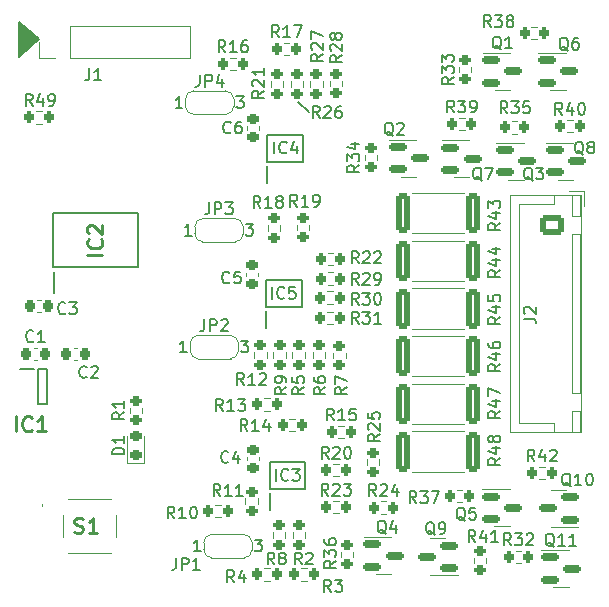
<source format=gto>
G04 #@! TF.GenerationSoftware,KiCad,Pcbnew,(6.0.9)*
G04 #@! TF.CreationDate,2023-02-25T19:24:10-07:00*
G04 #@! TF.ProjectId,AutoDischarger,4175746f-4469-4736-9368-61726765722e,rev?*
G04 #@! TF.SameCoordinates,Original*
G04 #@! TF.FileFunction,Legend,Top*
G04 #@! TF.FilePolarity,Positive*
%FSLAX46Y46*%
G04 Gerber Fmt 4.6, Leading zero omitted, Abs format (unit mm)*
G04 Created by KiCad (PCBNEW (6.0.9)) date 2023-02-25 19:24:10*
%MOMM*%
%LPD*%
G01*
G04 APERTURE LIST*
G04 Aperture macros list*
%AMRoundRect*
0 Rectangle with rounded corners*
0 $1 Rounding radius*
0 $2 $3 $4 $5 $6 $7 $8 $9 X,Y pos of 4 corners*
0 Add a 4 corners polygon primitive as box body*
4,1,4,$2,$3,$4,$5,$6,$7,$8,$9,$2,$3,0*
0 Add four circle primitives for the rounded corners*
1,1,$1+$1,$2,$3*
1,1,$1+$1,$4,$5*
1,1,$1+$1,$6,$7*
1,1,$1+$1,$8,$9*
0 Add four rect primitives between the rounded corners*
20,1,$1+$1,$2,$3,$4,$5,0*
20,1,$1+$1,$4,$5,$6,$7,0*
20,1,$1+$1,$6,$7,$8,$9,0*
20,1,$1+$1,$8,$9,$2,$3,0*%
%AMFreePoly0*
4,1,22,0.550000,-0.750000,0.000000,-0.750000,0.000000,-0.745033,-0.079941,-0.743568,-0.215256,-0.701293,-0.333266,-0.622738,-0.424486,-0.514219,-0.481581,-0.384460,-0.499164,-0.250000,-0.500000,-0.250000,-0.500000,0.250000,-0.499164,0.250000,-0.499963,0.256109,-0.478152,0.396186,-0.417904,0.524511,-0.324060,0.630769,-0.204165,0.706417,-0.067858,0.745374,0.000000,0.744959,0.000000,0.750000,
0.550000,0.750000,0.550000,-0.750000,0.550000,-0.750000,$1*%
%AMFreePoly1*
4,1,20,0.000000,0.744959,0.073905,0.744508,0.209726,0.703889,0.328688,0.626782,0.421226,0.519385,0.479903,0.390333,0.500000,0.250000,0.500000,-0.250000,0.499851,-0.262216,0.476331,-0.402017,0.414519,-0.529596,0.319384,-0.634700,0.198574,-0.708877,0.061801,-0.746166,0.000000,-0.745033,0.000000,-0.750000,-0.550000,-0.750000,-0.550000,0.750000,0.000000,0.750000,0.000000,0.744959,
0.000000,0.744959,$1*%
G04 Aperture macros list end*
%ADD10C,0.160000*%
%ADD11C,0.200000*%
%ADD12C,0.150000*%
%ADD13C,0.254000*%
%ADD14C,0.120000*%
%ADD15C,0.100000*%
%ADD16RoundRect,0.150000X-0.587500X-0.150000X0.587500X-0.150000X0.587500X0.150000X-0.587500X0.150000X0*%
%ADD17FreePoly0,0.000000*%
%ADD18R,1.000000X1.500000*%
%ADD19FreePoly1,0.000000*%
%ADD20RoundRect,0.200000X0.275000X-0.200000X0.275000X0.200000X-0.275000X0.200000X-0.275000X-0.200000X0*%
%ADD21RoundRect,0.225000X-0.250000X0.225000X-0.250000X-0.225000X0.250000X-0.225000X0.250000X0.225000X0*%
%ADD22RoundRect,0.250000X-0.362500X-1.425000X0.362500X-1.425000X0.362500X1.425000X-0.362500X1.425000X0*%
%ADD23RoundRect,0.200000X-0.275000X0.200000X-0.275000X-0.200000X0.275000X-0.200000X0.275000X0.200000X0*%
%ADD24RoundRect,0.200000X-0.200000X-0.275000X0.200000X-0.275000X0.200000X0.275000X-0.200000X0.275000X0*%
%ADD25RoundRect,0.200000X0.200000X0.275000X-0.200000X0.275000X-0.200000X-0.275000X0.200000X-0.275000X0*%
%ADD26RoundRect,0.225000X-0.225000X-0.250000X0.225000X-0.250000X0.225000X0.250000X-0.225000X0.250000X0*%
%ADD27R,1.150000X0.600000*%
%ADD28R,0.300000X1.400000*%
%ADD29RoundRect,0.225000X0.225000X0.250000X-0.225000X0.250000X-0.225000X-0.250000X0.225000X-0.250000X0*%
%ADD30R,1.700000X1.700000*%
%ADD31O,1.700000X1.700000*%
%ADD32RoundRect,0.150000X0.587500X0.150000X-0.587500X0.150000X-0.587500X-0.150000X0.587500X-0.150000X0*%
%ADD33R,0.450000X1.800000*%
%ADD34RoundRect,0.250000X-0.725000X0.600000X-0.725000X-0.600000X0.725000X-0.600000X0.725000X0.600000X0*%
%ADD35O,1.950000X1.700000*%
%ADD36RoundRect,0.218750X0.256250X-0.218750X0.256250X0.218750X-0.256250X0.218750X-0.256250X-0.218750X0*%
%ADD37R,1.550000X1.000000*%
G04 APERTURE END LIST*
D10*
G36*
X109600000Y-88800000D02*
G01*
X107900000Y-90300000D01*
X107900000Y-87300000D01*
X109600000Y-88800000D01*
G37*
X109600000Y-88800000D02*
X107900000Y-90300000D01*
X107900000Y-87300000D01*
X109600000Y-88800000D01*
D11*
X131500000Y-94100000D02*
X132500000Y-94900000D01*
D12*
X155704761Y-98547619D02*
X155609523Y-98500000D01*
X155514285Y-98404761D01*
X155371428Y-98261904D01*
X155276190Y-98214285D01*
X155180952Y-98214285D01*
X155228571Y-98452380D02*
X155133333Y-98404761D01*
X155038095Y-98309523D01*
X154990476Y-98119047D01*
X154990476Y-97785714D01*
X155038095Y-97595238D01*
X155133333Y-97500000D01*
X155228571Y-97452380D01*
X155419047Y-97452380D01*
X155514285Y-97500000D01*
X155609523Y-97595238D01*
X155657142Y-97785714D01*
X155657142Y-98119047D01*
X155609523Y-98309523D01*
X155514285Y-98404761D01*
X155419047Y-98452380D01*
X155228571Y-98452380D01*
X156228571Y-97880952D02*
X156133333Y-97833333D01*
X156085714Y-97785714D01*
X156038095Y-97690476D01*
X156038095Y-97642857D01*
X156085714Y-97547619D01*
X156133333Y-97500000D01*
X156228571Y-97452380D01*
X156419047Y-97452380D01*
X156514285Y-97500000D01*
X156561904Y-97547619D01*
X156609523Y-97642857D01*
X156609523Y-97690476D01*
X156561904Y-97785714D01*
X156514285Y-97833333D01*
X156419047Y-97880952D01*
X156228571Y-97880952D01*
X156133333Y-97928571D01*
X156085714Y-97976190D01*
X156038095Y-98071428D01*
X156038095Y-98261904D01*
X156085714Y-98357142D01*
X156133333Y-98404761D01*
X156228571Y-98452380D01*
X156419047Y-98452380D01*
X156514285Y-98404761D01*
X156561904Y-98357142D01*
X156609523Y-98261904D01*
X156609523Y-98071428D01*
X156561904Y-97976190D01*
X156514285Y-97928571D01*
X156419047Y-97880952D01*
X121216666Y-132702380D02*
X121216666Y-133416666D01*
X121169047Y-133559523D01*
X121073809Y-133654761D01*
X120930952Y-133702380D01*
X120835714Y-133702380D01*
X121692857Y-133702380D02*
X121692857Y-132702380D01*
X122073809Y-132702380D01*
X122169047Y-132750000D01*
X122216666Y-132797619D01*
X122264285Y-132892857D01*
X122264285Y-133035714D01*
X122216666Y-133130952D01*
X122169047Y-133178571D01*
X122073809Y-133226190D01*
X121692857Y-133226190D01*
X123216666Y-133702380D02*
X122645238Y-133702380D01*
X122930952Y-133702380D02*
X122930952Y-132702380D01*
X122835714Y-132845238D01*
X122740476Y-132940476D01*
X122645238Y-132988095D01*
X127866666Y-131152380D02*
X128485714Y-131152380D01*
X128152380Y-131533333D01*
X128295238Y-131533333D01*
X128390476Y-131580952D01*
X128438095Y-131628571D01*
X128485714Y-131723809D01*
X128485714Y-131961904D01*
X128438095Y-132057142D01*
X128390476Y-132104761D01*
X128295238Y-132152380D01*
X128009523Y-132152380D01*
X127914285Y-132104761D01*
X127866666Y-132057142D01*
X123285714Y-132152380D02*
X122714285Y-132152380D01*
X123000000Y-132152380D02*
X123000000Y-131152380D01*
X122904761Y-131295238D01*
X122809523Y-131390476D01*
X122714285Y-131438095D01*
X133652380Y-90042857D02*
X133176190Y-90376190D01*
X133652380Y-90614285D02*
X132652380Y-90614285D01*
X132652380Y-90233333D01*
X132700000Y-90138095D01*
X132747619Y-90090476D01*
X132842857Y-90042857D01*
X132985714Y-90042857D01*
X133080952Y-90090476D01*
X133128571Y-90138095D01*
X133176190Y-90233333D01*
X133176190Y-90614285D01*
X132747619Y-89661904D02*
X132700000Y-89614285D01*
X132652380Y-89519047D01*
X132652380Y-89280952D01*
X132700000Y-89185714D01*
X132747619Y-89138095D01*
X132842857Y-89090476D01*
X132938095Y-89090476D01*
X133080952Y-89138095D01*
X133652380Y-89709523D01*
X133652380Y-89090476D01*
X132652380Y-88757142D02*
X132652380Y-88090476D01*
X133652380Y-88519047D01*
X125633333Y-124557142D02*
X125585714Y-124604761D01*
X125442857Y-124652380D01*
X125347619Y-124652380D01*
X125204761Y-124604761D01*
X125109523Y-124509523D01*
X125061904Y-124414285D01*
X125014285Y-124223809D01*
X125014285Y-124080952D01*
X125061904Y-123890476D01*
X125109523Y-123795238D01*
X125204761Y-123700000D01*
X125347619Y-123652380D01*
X125442857Y-123652380D01*
X125585714Y-123700000D01*
X125633333Y-123747619D01*
X126490476Y-123985714D02*
X126490476Y-124652380D01*
X126252380Y-123604761D02*
X126014285Y-124319047D01*
X126633333Y-124319047D01*
X139604761Y-96947619D02*
X139509523Y-96900000D01*
X139414285Y-96804761D01*
X139271428Y-96661904D01*
X139176190Y-96614285D01*
X139080952Y-96614285D01*
X139128571Y-96852380D02*
X139033333Y-96804761D01*
X138938095Y-96709523D01*
X138890476Y-96519047D01*
X138890476Y-96185714D01*
X138938095Y-95995238D01*
X139033333Y-95900000D01*
X139128571Y-95852380D01*
X139319047Y-95852380D01*
X139414285Y-95900000D01*
X139509523Y-95995238D01*
X139557142Y-96185714D01*
X139557142Y-96519047D01*
X139509523Y-96709523D01*
X139414285Y-96804761D01*
X139319047Y-96852380D01*
X139128571Y-96852380D01*
X139938095Y-95947619D02*
X139985714Y-95900000D01*
X140080952Y-95852380D01*
X140319047Y-95852380D01*
X140414285Y-95900000D01*
X140461904Y-95947619D01*
X140509523Y-96042857D01*
X140509523Y-96138095D01*
X140461904Y-96280952D01*
X139890476Y-96852380D01*
X140509523Y-96852380D01*
X148652380Y-124242857D02*
X148176190Y-124576190D01*
X148652380Y-124814285D02*
X147652380Y-124814285D01*
X147652380Y-124433333D01*
X147700000Y-124338095D01*
X147747619Y-124290476D01*
X147842857Y-124242857D01*
X147985714Y-124242857D01*
X148080952Y-124290476D01*
X148128571Y-124338095D01*
X148176190Y-124433333D01*
X148176190Y-124814285D01*
X147985714Y-123385714D02*
X148652380Y-123385714D01*
X147604761Y-123623809D02*
X148319047Y-123861904D01*
X148319047Y-123242857D01*
X148080952Y-122719047D02*
X148033333Y-122814285D01*
X147985714Y-122861904D01*
X147890476Y-122909523D01*
X147842857Y-122909523D01*
X147747619Y-122861904D01*
X147700000Y-122814285D01*
X147652380Y-122719047D01*
X147652380Y-122528571D01*
X147700000Y-122433333D01*
X147747619Y-122385714D01*
X147842857Y-122338095D01*
X147890476Y-122338095D01*
X147985714Y-122385714D01*
X148033333Y-122433333D01*
X148080952Y-122528571D01*
X148080952Y-122719047D01*
X148128571Y-122814285D01*
X148176190Y-122861904D01*
X148271428Y-122909523D01*
X148461904Y-122909523D01*
X148557142Y-122861904D01*
X148604761Y-122814285D01*
X148652380Y-122719047D01*
X148652380Y-122528571D01*
X148604761Y-122433333D01*
X148557142Y-122385714D01*
X148461904Y-122338095D01*
X148271428Y-122338095D01*
X148176190Y-122385714D01*
X148128571Y-122433333D01*
X148080952Y-122528571D01*
X147104761Y-100747619D02*
X147009523Y-100700000D01*
X146914285Y-100604761D01*
X146771428Y-100461904D01*
X146676190Y-100414285D01*
X146580952Y-100414285D01*
X146628571Y-100652380D02*
X146533333Y-100604761D01*
X146438095Y-100509523D01*
X146390476Y-100319047D01*
X146390476Y-99985714D01*
X146438095Y-99795238D01*
X146533333Y-99700000D01*
X146628571Y-99652380D01*
X146819047Y-99652380D01*
X146914285Y-99700000D01*
X147009523Y-99795238D01*
X147057142Y-99985714D01*
X147057142Y-100319047D01*
X147009523Y-100509523D01*
X146914285Y-100604761D01*
X146819047Y-100652380D01*
X146628571Y-100652380D01*
X147390476Y-99652380D02*
X148057142Y-99652380D01*
X147628571Y-100652380D01*
X133852380Y-118266666D02*
X133376190Y-118600000D01*
X133852380Y-118838095D02*
X132852380Y-118838095D01*
X132852380Y-118457142D01*
X132900000Y-118361904D01*
X132947619Y-118314285D01*
X133042857Y-118266666D01*
X133185714Y-118266666D01*
X133280952Y-118314285D01*
X133328571Y-118361904D01*
X133376190Y-118457142D01*
X133376190Y-118838095D01*
X132852380Y-117409523D02*
X132852380Y-117600000D01*
X132900000Y-117695238D01*
X132947619Y-117742857D01*
X133090476Y-117838095D01*
X133280952Y-117885714D01*
X133661904Y-117885714D01*
X133757142Y-117838095D01*
X133804761Y-117790476D01*
X133852380Y-117695238D01*
X133852380Y-117504761D01*
X133804761Y-117409523D01*
X133757142Y-117361904D01*
X133661904Y-117314285D01*
X133423809Y-117314285D01*
X133328571Y-117361904D01*
X133280952Y-117409523D01*
X133233333Y-117504761D01*
X133233333Y-117695238D01*
X133280952Y-117790476D01*
X133328571Y-117838095D01*
X133423809Y-117885714D01*
X123606666Y-112492380D02*
X123606666Y-113206666D01*
X123559047Y-113349523D01*
X123463809Y-113444761D01*
X123320952Y-113492380D01*
X123225714Y-113492380D01*
X124082857Y-113492380D02*
X124082857Y-112492380D01*
X124463809Y-112492380D01*
X124559047Y-112540000D01*
X124606666Y-112587619D01*
X124654285Y-112682857D01*
X124654285Y-112825714D01*
X124606666Y-112920952D01*
X124559047Y-112968571D01*
X124463809Y-113016190D01*
X124082857Y-113016190D01*
X125035238Y-112587619D02*
X125082857Y-112540000D01*
X125178095Y-112492380D01*
X125416190Y-112492380D01*
X125511428Y-112540000D01*
X125559047Y-112587619D01*
X125606666Y-112682857D01*
X125606666Y-112778095D01*
X125559047Y-112920952D01*
X124987619Y-113492380D01*
X125606666Y-113492380D01*
X126706666Y-114292380D02*
X127325714Y-114292380D01*
X126992380Y-114673333D01*
X127135238Y-114673333D01*
X127230476Y-114720952D01*
X127278095Y-114768571D01*
X127325714Y-114863809D01*
X127325714Y-115101904D01*
X127278095Y-115197142D01*
X127230476Y-115244761D01*
X127135238Y-115292380D01*
X126849523Y-115292380D01*
X126754285Y-115244761D01*
X126706666Y-115197142D01*
X122125714Y-115292380D02*
X121554285Y-115292380D01*
X121840000Y-115292380D02*
X121840000Y-114292380D01*
X121744761Y-114435238D01*
X121649523Y-114530476D01*
X121554285Y-114578095D01*
X133357142Y-95452380D02*
X133023809Y-94976190D01*
X132785714Y-95452380D02*
X132785714Y-94452380D01*
X133166666Y-94452380D01*
X133261904Y-94500000D01*
X133309523Y-94547619D01*
X133357142Y-94642857D01*
X133357142Y-94785714D01*
X133309523Y-94880952D01*
X133261904Y-94928571D01*
X133166666Y-94976190D01*
X132785714Y-94976190D01*
X133738095Y-94547619D02*
X133785714Y-94500000D01*
X133880952Y-94452380D01*
X134119047Y-94452380D01*
X134214285Y-94500000D01*
X134261904Y-94547619D01*
X134309523Y-94642857D01*
X134309523Y-94738095D01*
X134261904Y-94880952D01*
X133690476Y-95452380D01*
X134309523Y-95452380D01*
X135166666Y-94452380D02*
X134976190Y-94452380D01*
X134880952Y-94500000D01*
X134833333Y-94547619D01*
X134738095Y-94690476D01*
X134690476Y-94880952D01*
X134690476Y-95261904D01*
X134738095Y-95357142D01*
X134785714Y-95404761D01*
X134880952Y-95452380D01*
X135071428Y-95452380D01*
X135166666Y-95404761D01*
X135214285Y-95357142D01*
X135261904Y-95261904D01*
X135261904Y-95023809D01*
X135214285Y-94928571D01*
X135166666Y-94880952D01*
X135071428Y-94833333D01*
X134880952Y-94833333D01*
X134785714Y-94880952D01*
X134738095Y-94928571D01*
X134690476Y-95023809D01*
X116822380Y-120366666D02*
X116346190Y-120700000D01*
X116822380Y-120938095D02*
X115822380Y-120938095D01*
X115822380Y-120557142D01*
X115870000Y-120461904D01*
X115917619Y-120414285D01*
X116012857Y-120366666D01*
X116155714Y-120366666D01*
X116250952Y-120414285D01*
X116298571Y-120461904D01*
X116346190Y-120557142D01*
X116346190Y-120938095D01*
X116822380Y-119414285D02*
X116822380Y-119985714D01*
X116822380Y-119700000D02*
X115822380Y-119700000D01*
X115965238Y-119795238D01*
X116060476Y-119890476D01*
X116108095Y-119985714D01*
X134117142Y-124292380D02*
X133783809Y-123816190D01*
X133545714Y-124292380D02*
X133545714Y-123292380D01*
X133926666Y-123292380D01*
X134021904Y-123340000D01*
X134069523Y-123387619D01*
X134117142Y-123482857D01*
X134117142Y-123625714D01*
X134069523Y-123720952D01*
X134021904Y-123768571D01*
X133926666Y-123816190D01*
X133545714Y-123816190D01*
X134498095Y-123387619D02*
X134545714Y-123340000D01*
X134640952Y-123292380D01*
X134879047Y-123292380D01*
X134974285Y-123340000D01*
X135021904Y-123387619D01*
X135069523Y-123482857D01*
X135069523Y-123578095D01*
X135021904Y-123720952D01*
X134450476Y-124292380D01*
X135069523Y-124292380D01*
X135688571Y-123292380D02*
X135783809Y-123292380D01*
X135879047Y-123340000D01*
X135926666Y-123387619D01*
X135974285Y-123482857D01*
X136021904Y-123673333D01*
X136021904Y-123911428D01*
X135974285Y-124101904D01*
X135926666Y-124197142D01*
X135879047Y-124244761D01*
X135783809Y-124292380D01*
X135688571Y-124292380D01*
X135593333Y-124244761D01*
X135545714Y-124197142D01*
X135498095Y-124101904D01*
X135450476Y-123911428D01*
X135450476Y-123673333D01*
X135498095Y-123482857D01*
X135545714Y-123387619D01*
X135593333Y-123340000D01*
X135688571Y-123292380D01*
X144702380Y-91992857D02*
X144226190Y-92326190D01*
X144702380Y-92564285D02*
X143702380Y-92564285D01*
X143702380Y-92183333D01*
X143750000Y-92088095D01*
X143797619Y-92040476D01*
X143892857Y-91992857D01*
X144035714Y-91992857D01*
X144130952Y-92040476D01*
X144178571Y-92088095D01*
X144226190Y-92183333D01*
X144226190Y-92564285D01*
X143702380Y-91659523D02*
X143702380Y-91040476D01*
X144083333Y-91373809D01*
X144083333Y-91230952D01*
X144130952Y-91135714D01*
X144178571Y-91088095D01*
X144273809Y-91040476D01*
X144511904Y-91040476D01*
X144607142Y-91088095D01*
X144654761Y-91135714D01*
X144702380Y-91230952D01*
X144702380Y-91516666D01*
X144654761Y-91611904D01*
X144607142Y-91659523D01*
X143702380Y-90707142D02*
X143702380Y-90088095D01*
X144083333Y-90421428D01*
X144083333Y-90278571D01*
X144130952Y-90183333D01*
X144178571Y-90135714D01*
X144273809Y-90088095D01*
X144511904Y-90088095D01*
X144607142Y-90135714D01*
X144654761Y-90183333D01*
X144702380Y-90278571D01*
X144702380Y-90564285D01*
X144654761Y-90659523D01*
X144607142Y-90707142D01*
X126133333Y-134752380D02*
X125800000Y-134276190D01*
X125561904Y-134752380D02*
X125561904Y-133752380D01*
X125942857Y-133752380D01*
X126038095Y-133800000D01*
X126085714Y-133847619D01*
X126133333Y-133942857D01*
X126133333Y-134085714D01*
X126085714Y-134180952D01*
X126038095Y-134228571D01*
X125942857Y-134276190D01*
X125561904Y-134276190D01*
X126990476Y-134085714D02*
X126990476Y-134752380D01*
X126752380Y-133704761D02*
X126514285Y-134419047D01*
X127133333Y-134419047D01*
X146557142Y-131352380D02*
X146223809Y-130876190D01*
X145985714Y-131352380D02*
X145985714Y-130352380D01*
X146366666Y-130352380D01*
X146461904Y-130400000D01*
X146509523Y-130447619D01*
X146557142Y-130542857D01*
X146557142Y-130685714D01*
X146509523Y-130780952D01*
X146461904Y-130828571D01*
X146366666Y-130876190D01*
X145985714Y-130876190D01*
X147414285Y-130685714D02*
X147414285Y-131352380D01*
X147176190Y-130304761D02*
X146938095Y-131019047D01*
X147557142Y-131019047D01*
X148461904Y-131352380D02*
X147890476Y-131352380D01*
X148176190Y-131352380D02*
X148176190Y-130352380D01*
X148080952Y-130495238D01*
X147985714Y-130590476D01*
X147890476Y-130638095D01*
X149257142Y-95052380D02*
X148923809Y-94576190D01*
X148685714Y-95052380D02*
X148685714Y-94052380D01*
X149066666Y-94052380D01*
X149161904Y-94100000D01*
X149209523Y-94147619D01*
X149257142Y-94242857D01*
X149257142Y-94385714D01*
X149209523Y-94480952D01*
X149161904Y-94528571D01*
X149066666Y-94576190D01*
X148685714Y-94576190D01*
X149590476Y-94052380D02*
X150209523Y-94052380D01*
X149876190Y-94433333D01*
X150019047Y-94433333D01*
X150114285Y-94480952D01*
X150161904Y-94528571D01*
X150209523Y-94623809D01*
X150209523Y-94861904D01*
X150161904Y-94957142D01*
X150114285Y-95004761D01*
X150019047Y-95052380D01*
X149733333Y-95052380D01*
X149638095Y-95004761D01*
X149590476Y-94957142D01*
X151114285Y-94052380D02*
X150638095Y-94052380D01*
X150590476Y-94528571D01*
X150638095Y-94480952D01*
X150733333Y-94433333D01*
X150971428Y-94433333D01*
X151066666Y-94480952D01*
X151114285Y-94528571D01*
X151161904Y-94623809D01*
X151161904Y-94861904D01*
X151114285Y-94957142D01*
X151066666Y-95004761D01*
X150971428Y-95052380D01*
X150733333Y-95052380D01*
X150638095Y-95004761D01*
X150590476Y-94957142D01*
X109133333Y-114327142D02*
X109085714Y-114374761D01*
X108942857Y-114422380D01*
X108847619Y-114422380D01*
X108704761Y-114374761D01*
X108609523Y-114279523D01*
X108561904Y-114184285D01*
X108514285Y-113993809D01*
X108514285Y-113850952D01*
X108561904Y-113660476D01*
X108609523Y-113565238D01*
X108704761Y-113470000D01*
X108847619Y-113422380D01*
X108942857Y-113422380D01*
X109085714Y-113470000D01*
X109133333Y-113517619D01*
X110085714Y-114422380D02*
X109514285Y-114422380D01*
X109800000Y-114422380D02*
X109800000Y-113422380D01*
X109704761Y-113565238D01*
X109609523Y-113660476D01*
X109514285Y-113708095D01*
X135652380Y-118266666D02*
X135176190Y-118600000D01*
X135652380Y-118838095D02*
X134652380Y-118838095D01*
X134652380Y-118457142D01*
X134700000Y-118361904D01*
X134747619Y-118314285D01*
X134842857Y-118266666D01*
X134985714Y-118266666D01*
X135080952Y-118314285D01*
X135128571Y-118361904D01*
X135176190Y-118457142D01*
X135176190Y-118838095D01*
X134652380Y-117933333D02*
X134652380Y-117266666D01*
X135652380Y-117695238D01*
X126957142Y-118052380D02*
X126623809Y-117576190D01*
X126385714Y-118052380D02*
X126385714Y-117052380D01*
X126766666Y-117052380D01*
X126861904Y-117100000D01*
X126909523Y-117147619D01*
X126957142Y-117242857D01*
X126957142Y-117385714D01*
X126909523Y-117480952D01*
X126861904Y-117528571D01*
X126766666Y-117576190D01*
X126385714Y-117576190D01*
X127909523Y-118052380D02*
X127338095Y-118052380D01*
X127623809Y-118052380D02*
X127623809Y-117052380D01*
X127528571Y-117195238D01*
X127433333Y-117290476D01*
X127338095Y-117338095D01*
X128290476Y-117147619D02*
X128338095Y-117100000D01*
X128433333Y-117052380D01*
X128671428Y-117052380D01*
X128766666Y-117100000D01*
X128814285Y-117147619D01*
X128861904Y-117242857D01*
X128861904Y-117338095D01*
X128814285Y-117480952D01*
X128242857Y-118052380D01*
X128861904Y-118052380D01*
X109057142Y-94422380D02*
X108723809Y-93946190D01*
X108485714Y-94422380D02*
X108485714Y-93422380D01*
X108866666Y-93422380D01*
X108961904Y-93470000D01*
X109009523Y-93517619D01*
X109057142Y-93612857D01*
X109057142Y-93755714D01*
X109009523Y-93850952D01*
X108961904Y-93898571D01*
X108866666Y-93946190D01*
X108485714Y-93946190D01*
X109914285Y-93755714D02*
X109914285Y-94422380D01*
X109676190Y-93374761D02*
X109438095Y-94089047D01*
X110057142Y-94089047D01*
X110485714Y-94422380D02*
X110676190Y-94422380D01*
X110771428Y-94374761D01*
X110819047Y-94327142D01*
X110914285Y-94184285D01*
X110961904Y-93993809D01*
X110961904Y-93612857D01*
X110914285Y-93517619D01*
X110866666Y-93470000D01*
X110771428Y-93422380D01*
X110580952Y-93422380D01*
X110485714Y-93470000D01*
X110438095Y-93517619D01*
X110390476Y-93612857D01*
X110390476Y-93850952D01*
X110438095Y-93946190D01*
X110485714Y-93993809D01*
X110580952Y-94041428D01*
X110771428Y-94041428D01*
X110866666Y-93993809D01*
X110914285Y-93946190D01*
X110961904Y-93850952D01*
X127257142Y-121952380D02*
X126923809Y-121476190D01*
X126685714Y-121952380D02*
X126685714Y-120952380D01*
X127066666Y-120952380D01*
X127161904Y-121000000D01*
X127209523Y-121047619D01*
X127257142Y-121142857D01*
X127257142Y-121285714D01*
X127209523Y-121380952D01*
X127161904Y-121428571D01*
X127066666Y-121476190D01*
X126685714Y-121476190D01*
X128209523Y-121952380D02*
X127638095Y-121952380D01*
X127923809Y-121952380D02*
X127923809Y-120952380D01*
X127828571Y-121095238D01*
X127733333Y-121190476D01*
X127638095Y-121238095D01*
X129066666Y-121285714D02*
X129066666Y-121952380D01*
X128828571Y-120904761D02*
X128590476Y-121619047D01*
X129209523Y-121619047D01*
X134752380Y-132942857D02*
X134276190Y-133276190D01*
X134752380Y-133514285D02*
X133752380Y-133514285D01*
X133752380Y-133133333D01*
X133800000Y-133038095D01*
X133847619Y-132990476D01*
X133942857Y-132942857D01*
X134085714Y-132942857D01*
X134180952Y-132990476D01*
X134228571Y-133038095D01*
X134276190Y-133133333D01*
X134276190Y-133514285D01*
X133752380Y-132609523D02*
X133752380Y-131990476D01*
X134133333Y-132323809D01*
X134133333Y-132180952D01*
X134180952Y-132085714D01*
X134228571Y-132038095D01*
X134323809Y-131990476D01*
X134561904Y-131990476D01*
X134657142Y-132038095D01*
X134704761Y-132085714D01*
X134752380Y-132180952D01*
X134752380Y-132466666D01*
X134704761Y-132561904D01*
X134657142Y-132609523D01*
X133752380Y-131133333D02*
X133752380Y-131323809D01*
X133800000Y-131419047D01*
X133847619Y-131466666D01*
X133990476Y-131561904D01*
X134180952Y-131609523D01*
X134561904Y-131609523D01*
X134657142Y-131561904D01*
X134704761Y-131514285D01*
X134752380Y-131419047D01*
X134752380Y-131228571D01*
X134704761Y-131133333D01*
X134657142Y-131085714D01*
X134561904Y-131038095D01*
X134323809Y-131038095D01*
X134228571Y-131085714D01*
X134180952Y-131133333D01*
X134133333Y-131228571D01*
X134133333Y-131419047D01*
X134180952Y-131514285D01*
X134228571Y-131561904D01*
X134323809Y-131609523D01*
X138452380Y-122242857D02*
X137976190Y-122576190D01*
X138452380Y-122814285D02*
X137452380Y-122814285D01*
X137452380Y-122433333D01*
X137500000Y-122338095D01*
X137547619Y-122290476D01*
X137642857Y-122242857D01*
X137785714Y-122242857D01*
X137880952Y-122290476D01*
X137928571Y-122338095D01*
X137976190Y-122433333D01*
X137976190Y-122814285D01*
X137547619Y-121861904D02*
X137500000Y-121814285D01*
X137452380Y-121719047D01*
X137452380Y-121480952D01*
X137500000Y-121385714D01*
X137547619Y-121338095D01*
X137642857Y-121290476D01*
X137738095Y-121290476D01*
X137880952Y-121338095D01*
X138452380Y-121909523D01*
X138452380Y-121290476D01*
X137452380Y-120385714D02*
X137452380Y-120861904D01*
X137928571Y-120909523D01*
X137880952Y-120861904D01*
X137833333Y-120766666D01*
X137833333Y-120528571D01*
X137880952Y-120433333D01*
X137928571Y-120385714D01*
X138023809Y-120338095D01*
X138261904Y-120338095D01*
X138357142Y-120385714D01*
X138404761Y-120433333D01*
X138452380Y-120528571D01*
X138452380Y-120766666D01*
X138404761Y-120861904D01*
X138357142Y-120909523D01*
X148652380Y-108322857D02*
X148176190Y-108656190D01*
X148652380Y-108894285D02*
X147652380Y-108894285D01*
X147652380Y-108513333D01*
X147700000Y-108418095D01*
X147747619Y-108370476D01*
X147842857Y-108322857D01*
X147985714Y-108322857D01*
X148080952Y-108370476D01*
X148128571Y-108418095D01*
X148176190Y-108513333D01*
X148176190Y-108894285D01*
X147985714Y-107465714D02*
X148652380Y-107465714D01*
X147604761Y-107703809D02*
X148319047Y-107941904D01*
X148319047Y-107322857D01*
X147985714Y-106513333D02*
X148652380Y-106513333D01*
X147604761Y-106751428D02*
X148319047Y-106989523D01*
X148319047Y-106370476D01*
X129533333Y-133252380D02*
X129200000Y-132776190D01*
X128961904Y-133252380D02*
X128961904Y-132252380D01*
X129342857Y-132252380D01*
X129438095Y-132300000D01*
X129485714Y-132347619D01*
X129533333Y-132442857D01*
X129533333Y-132585714D01*
X129485714Y-132680952D01*
X129438095Y-132728571D01*
X129342857Y-132776190D01*
X128961904Y-132776190D01*
X130104761Y-132680952D02*
X130009523Y-132633333D01*
X129961904Y-132585714D01*
X129914285Y-132490476D01*
X129914285Y-132442857D01*
X129961904Y-132347619D01*
X130009523Y-132300000D01*
X130104761Y-132252380D01*
X130295238Y-132252380D01*
X130390476Y-132300000D01*
X130438095Y-132347619D01*
X130485714Y-132442857D01*
X130485714Y-132490476D01*
X130438095Y-132585714D01*
X130390476Y-132633333D01*
X130295238Y-132680952D01*
X130104761Y-132680952D01*
X130009523Y-132728571D01*
X129961904Y-132776190D01*
X129914285Y-132871428D01*
X129914285Y-133061904D01*
X129961904Y-133157142D01*
X130009523Y-133204761D01*
X130104761Y-133252380D01*
X130295238Y-133252380D01*
X130390476Y-133204761D01*
X130438095Y-133157142D01*
X130485714Y-133061904D01*
X130485714Y-132871428D01*
X130438095Y-132776190D01*
X130390476Y-132728571D01*
X130295238Y-132680952D01*
X124957142Y-127452380D02*
X124623809Y-126976190D01*
X124385714Y-127452380D02*
X124385714Y-126452380D01*
X124766666Y-126452380D01*
X124861904Y-126500000D01*
X124909523Y-126547619D01*
X124957142Y-126642857D01*
X124957142Y-126785714D01*
X124909523Y-126880952D01*
X124861904Y-126928571D01*
X124766666Y-126976190D01*
X124385714Y-126976190D01*
X125909523Y-127452380D02*
X125338095Y-127452380D01*
X125623809Y-127452380D02*
X125623809Y-126452380D01*
X125528571Y-126595238D01*
X125433333Y-126690476D01*
X125338095Y-126738095D01*
X126861904Y-127452380D02*
X126290476Y-127452380D01*
X126576190Y-127452380D02*
X126576190Y-126452380D01*
X126480952Y-126595238D01*
X126385714Y-126690476D01*
X126290476Y-126738095D01*
X131457142Y-102952380D02*
X131123809Y-102476190D01*
X130885714Y-102952380D02*
X130885714Y-101952380D01*
X131266666Y-101952380D01*
X131361904Y-102000000D01*
X131409523Y-102047619D01*
X131457142Y-102142857D01*
X131457142Y-102285714D01*
X131409523Y-102380952D01*
X131361904Y-102428571D01*
X131266666Y-102476190D01*
X130885714Y-102476190D01*
X132409523Y-102952380D02*
X131838095Y-102952380D01*
X132123809Y-102952380D02*
X132123809Y-101952380D01*
X132028571Y-102095238D01*
X131933333Y-102190476D01*
X131838095Y-102238095D01*
X132885714Y-102952380D02*
X133076190Y-102952380D01*
X133171428Y-102904761D01*
X133219047Y-102857142D01*
X133314285Y-102714285D01*
X133361904Y-102523809D01*
X133361904Y-102142857D01*
X133314285Y-102047619D01*
X133266666Y-102000000D01*
X133171428Y-101952380D01*
X132980952Y-101952380D01*
X132885714Y-102000000D01*
X132838095Y-102047619D01*
X132790476Y-102142857D01*
X132790476Y-102380952D01*
X132838095Y-102476190D01*
X132885714Y-102523809D01*
X132980952Y-102571428D01*
X133171428Y-102571428D01*
X133266666Y-102523809D01*
X133314285Y-102476190D01*
X133361904Y-102380952D01*
X144754642Y-94972380D02*
X144421309Y-94496190D01*
X144183214Y-94972380D02*
X144183214Y-93972380D01*
X144564166Y-93972380D01*
X144659404Y-94020000D01*
X144707023Y-94067619D01*
X144754642Y-94162857D01*
X144754642Y-94305714D01*
X144707023Y-94400952D01*
X144659404Y-94448571D01*
X144564166Y-94496190D01*
X144183214Y-94496190D01*
X145087976Y-93972380D02*
X145707023Y-93972380D01*
X145373690Y-94353333D01*
X145516547Y-94353333D01*
X145611785Y-94400952D01*
X145659404Y-94448571D01*
X145707023Y-94543809D01*
X145707023Y-94781904D01*
X145659404Y-94877142D01*
X145611785Y-94924761D01*
X145516547Y-94972380D01*
X145230833Y-94972380D01*
X145135595Y-94924761D01*
X145087976Y-94877142D01*
X146183214Y-94972380D02*
X146373690Y-94972380D01*
X146468928Y-94924761D01*
X146516547Y-94877142D01*
X146611785Y-94734285D01*
X146659404Y-94543809D01*
X146659404Y-94162857D01*
X146611785Y-94067619D01*
X146564166Y-94020000D01*
X146468928Y-93972380D01*
X146278452Y-93972380D01*
X146183214Y-94020000D01*
X146135595Y-94067619D01*
X146087976Y-94162857D01*
X146087976Y-94400952D01*
X146135595Y-94496190D01*
X146183214Y-94543809D01*
X146278452Y-94591428D01*
X146468928Y-94591428D01*
X146564166Y-94543809D01*
X146611785Y-94496190D01*
X146659404Y-94400952D01*
X151404761Y-100747619D02*
X151309523Y-100700000D01*
X151214285Y-100604761D01*
X151071428Y-100461904D01*
X150976190Y-100414285D01*
X150880952Y-100414285D01*
X150928571Y-100652380D02*
X150833333Y-100604761D01*
X150738095Y-100509523D01*
X150690476Y-100319047D01*
X150690476Y-99985714D01*
X150738095Y-99795238D01*
X150833333Y-99700000D01*
X150928571Y-99652380D01*
X151119047Y-99652380D01*
X151214285Y-99700000D01*
X151309523Y-99795238D01*
X151357142Y-99985714D01*
X151357142Y-100319047D01*
X151309523Y-100509523D01*
X151214285Y-100604761D01*
X151119047Y-100652380D01*
X150928571Y-100652380D01*
X151690476Y-99652380D02*
X152309523Y-99652380D01*
X151976190Y-100033333D01*
X152119047Y-100033333D01*
X152214285Y-100080952D01*
X152261904Y-100128571D01*
X152309523Y-100223809D01*
X152309523Y-100461904D01*
X152261904Y-100557142D01*
X152214285Y-100604761D01*
X152119047Y-100652380D01*
X151833333Y-100652380D01*
X151738095Y-100604761D01*
X151690476Y-100557142D01*
X148652380Y-116282857D02*
X148176190Y-116616190D01*
X148652380Y-116854285D02*
X147652380Y-116854285D01*
X147652380Y-116473333D01*
X147700000Y-116378095D01*
X147747619Y-116330476D01*
X147842857Y-116282857D01*
X147985714Y-116282857D01*
X148080952Y-116330476D01*
X148128571Y-116378095D01*
X148176190Y-116473333D01*
X148176190Y-116854285D01*
X147985714Y-115425714D02*
X148652380Y-115425714D01*
X147604761Y-115663809D02*
X148319047Y-115901904D01*
X148319047Y-115282857D01*
X147652380Y-114473333D02*
X147652380Y-114663809D01*
X147700000Y-114759047D01*
X147747619Y-114806666D01*
X147890476Y-114901904D01*
X148080952Y-114949523D01*
X148461904Y-114949523D01*
X148557142Y-114901904D01*
X148604761Y-114854285D01*
X148652380Y-114759047D01*
X148652380Y-114568571D01*
X148604761Y-114473333D01*
X148557142Y-114425714D01*
X148461904Y-114378095D01*
X148223809Y-114378095D01*
X148128571Y-114425714D01*
X148080952Y-114473333D01*
X148033333Y-114568571D01*
X148033333Y-114759047D01*
X148080952Y-114854285D01*
X148128571Y-114901904D01*
X148223809Y-114949523D01*
X136657142Y-109552380D02*
X136323809Y-109076190D01*
X136085714Y-109552380D02*
X136085714Y-108552380D01*
X136466666Y-108552380D01*
X136561904Y-108600000D01*
X136609523Y-108647619D01*
X136657142Y-108742857D01*
X136657142Y-108885714D01*
X136609523Y-108980952D01*
X136561904Y-109028571D01*
X136466666Y-109076190D01*
X136085714Y-109076190D01*
X137038095Y-108647619D02*
X137085714Y-108600000D01*
X137180952Y-108552380D01*
X137419047Y-108552380D01*
X137514285Y-108600000D01*
X137561904Y-108647619D01*
X137609523Y-108742857D01*
X137609523Y-108838095D01*
X137561904Y-108980952D01*
X136990476Y-109552380D01*
X137609523Y-109552380D01*
X138085714Y-109552380D02*
X138276190Y-109552380D01*
X138371428Y-109504761D01*
X138419047Y-109457142D01*
X138514285Y-109314285D01*
X138561904Y-109123809D01*
X138561904Y-108742857D01*
X138514285Y-108647619D01*
X138466666Y-108600000D01*
X138371428Y-108552380D01*
X138180952Y-108552380D01*
X138085714Y-108600000D01*
X138038095Y-108647619D01*
X137990476Y-108742857D01*
X137990476Y-108980952D01*
X138038095Y-109076190D01*
X138085714Y-109123809D01*
X138180952Y-109171428D01*
X138371428Y-109171428D01*
X138466666Y-109123809D01*
X138514285Y-109076190D01*
X138561904Y-108980952D01*
D13*
X107660238Y-121974523D02*
X107660238Y-120704523D01*
X108990714Y-121853571D02*
X108930238Y-121914047D01*
X108748809Y-121974523D01*
X108627857Y-121974523D01*
X108446428Y-121914047D01*
X108325476Y-121793095D01*
X108265000Y-121672142D01*
X108204523Y-121430238D01*
X108204523Y-121248809D01*
X108265000Y-121006904D01*
X108325476Y-120885952D01*
X108446428Y-120765000D01*
X108627857Y-120704523D01*
X108748809Y-120704523D01*
X108930238Y-120765000D01*
X108990714Y-120825476D01*
X110200238Y-121974523D02*
X109474523Y-121974523D01*
X109837380Y-121974523D02*
X109837380Y-120704523D01*
X109716428Y-120885952D01*
X109595476Y-121006904D01*
X109474523Y-121067380D01*
D12*
X147857142Y-87752380D02*
X147523809Y-87276190D01*
X147285714Y-87752380D02*
X147285714Y-86752380D01*
X147666666Y-86752380D01*
X147761904Y-86800000D01*
X147809523Y-86847619D01*
X147857142Y-86942857D01*
X147857142Y-87085714D01*
X147809523Y-87180952D01*
X147761904Y-87228571D01*
X147666666Y-87276190D01*
X147285714Y-87276190D01*
X148190476Y-86752380D02*
X148809523Y-86752380D01*
X148476190Y-87133333D01*
X148619047Y-87133333D01*
X148714285Y-87180952D01*
X148761904Y-87228571D01*
X148809523Y-87323809D01*
X148809523Y-87561904D01*
X148761904Y-87657142D01*
X148714285Y-87704761D01*
X148619047Y-87752380D01*
X148333333Y-87752380D01*
X148238095Y-87704761D01*
X148190476Y-87657142D01*
X149380952Y-87180952D02*
X149285714Y-87133333D01*
X149238095Y-87085714D01*
X149190476Y-86990476D01*
X149190476Y-86942857D01*
X149238095Y-86847619D01*
X149285714Y-86800000D01*
X149380952Y-86752380D01*
X149571428Y-86752380D01*
X149666666Y-86800000D01*
X149714285Y-86847619D01*
X149761904Y-86942857D01*
X149761904Y-86990476D01*
X149714285Y-87085714D01*
X149666666Y-87133333D01*
X149571428Y-87180952D01*
X149380952Y-87180952D01*
X149285714Y-87228571D01*
X149238095Y-87276190D01*
X149190476Y-87371428D01*
X149190476Y-87561904D01*
X149238095Y-87657142D01*
X149285714Y-87704761D01*
X149380952Y-87752380D01*
X149571428Y-87752380D01*
X149666666Y-87704761D01*
X149714285Y-87657142D01*
X149761904Y-87561904D01*
X149761904Y-87371428D01*
X149714285Y-87276190D01*
X149666666Y-87228571D01*
X149571428Y-87180952D01*
X125157142Y-120242380D02*
X124823809Y-119766190D01*
X124585714Y-120242380D02*
X124585714Y-119242380D01*
X124966666Y-119242380D01*
X125061904Y-119290000D01*
X125109523Y-119337619D01*
X125157142Y-119432857D01*
X125157142Y-119575714D01*
X125109523Y-119670952D01*
X125061904Y-119718571D01*
X124966666Y-119766190D01*
X124585714Y-119766190D01*
X126109523Y-120242380D02*
X125538095Y-120242380D01*
X125823809Y-120242380D02*
X125823809Y-119242380D01*
X125728571Y-119385238D01*
X125633333Y-119480476D01*
X125538095Y-119528095D01*
X126442857Y-119242380D02*
X127061904Y-119242380D01*
X126728571Y-119623333D01*
X126871428Y-119623333D01*
X126966666Y-119670952D01*
X127014285Y-119718571D01*
X127061904Y-119813809D01*
X127061904Y-120051904D01*
X127014285Y-120147142D01*
X126966666Y-120194761D01*
X126871428Y-120242380D01*
X126585714Y-120242380D01*
X126490476Y-120194761D01*
X126442857Y-120147142D01*
X132052380Y-118266666D02*
X131576190Y-118600000D01*
X132052380Y-118838095D02*
X131052380Y-118838095D01*
X131052380Y-118457142D01*
X131100000Y-118361904D01*
X131147619Y-118314285D01*
X131242857Y-118266666D01*
X131385714Y-118266666D01*
X131480952Y-118314285D01*
X131528571Y-118361904D01*
X131576190Y-118457142D01*
X131576190Y-118838095D01*
X131052380Y-117361904D02*
X131052380Y-117838095D01*
X131528571Y-117885714D01*
X131480952Y-117838095D01*
X131433333Y-117742857D01*
X131433333Y-117504761D01*
X131480952Y-117409523D01*
X131528571Y-117361904D01*
X131623809Y-117314285D01*
X131861904Y-117314285D01*
X131957142Y-117361904D01*
X132004761Y-117409523D01*
X132052380Y-117504761D01*
X132052380Y-117742857D01*
X132004761Y-117838095D01*
X131957142Y-117885714D01*
X124006666Y-102602380D02*
X124006666Y-103316666D01*
X123959047Y-103459523D01*
X123863809Y-103554761D01*
X123720952Y-103602380D01*
X123625714Y-103602380D01*
X124482857Y-103602380D02*
X124482857Y-102602380D01*
X124863809Y-102602380D01*
X124959047Y-102650000D01*
X125006666Y-102697619D01*
X125054285Y-102792857D01*
X125054285Y-102935714D01*
X125006666Y-103030952D01*
X124959047Y-103078571D01*
X124863809Y-103126190D01*
X124482857Y-103126190D01*
X125387619Y-102602380D02*
X126006666Y-102602380D01*
X125673333Y-102983333D01*
X125816190Y-102983333D01*
X125911428Y-103030952D01*
X125959047Y-103078571D01*
X126006666Y-103173809D01*
X126006666Y-103411904D01*
X125959047Y-103507142D01*
X125911428Y-103554761D01*
X125816190Y-103602380D01*
X125530476Y-103602380D01*
X125435238Y-103554761D01*
X125387619Y-103507142D01*
X127106666Y-104402380D02*
X127725714Y-104402380D01*
X127392380Y-104783333D01*
X127535238Y-104783333D01*
X127630476Y-104830952D01*
X127678095Y-104878571D01*
X127725714Y-104973809D01*
X127725714Y-105211904D01*
X127678095Y-105307142D01*
X127630476Y-105354761D01*
X127535238Y-105402380D01*
X127249523Y-105402380D01*
X127154285Y-105354761D01*
X127106666Y-105307142D01*
X122525714Y-105402380D02*
X121954285Y-105402380D01*
X122240000Y-105402380D02*
X122240000Y-104402380D01*
X122144761Y-104545238D01*
X122049523Y-104640476D01*
X121954285Y-104688095D01*
X123216666Y-91802380D02*
X123216666Y-92516666D01*
X123169047Y-92659523D01*
X123073809Y-92754761D01*
X122930952Y-92802380D01*
X122835714Y-92802380D01*
X123692857Y-92802380D02*
X123692857Y-91802380D01*
X124073809Y-91802380D01*
X124169047Y-91850000D01*
X124216666Y-91897619D01*
X124264285Y-91992857D01*
X124264285Y-92135714D01*
X124216666Y-92230952D01*
X124169047Y-92278571D01*
X124073809Y-92326190D01*
X123692857Y-92326190D01*
X125121428Y-92135714D02*
X125121428Y-92802380D01*
X124883333Y-91754761D02*
X124645238Y-92469047D01*
X125264285Y-92469047D01*
X121735714Y-94602380D02*
X121164285Y-94602380D01*
X121450000Y-94602380D02*
X121450000Y-93602380D01*
X121354761Y-93745238D01*
X121259523Y-93840476D01*
X121164285Y-93888095D01*
X126316666Y-93602380D02*
X126935714Y-93602380D01*
X126602380Y-93983333D01*
X126745238Y-93983333D01*
X126840476Y-94030952D01*
X126888095Y-94078571D01*
X126935714Y-94173809D01*
X126935714Y-94411904D01*
X126888095Y-94507142D01*
X126840476Y-94554761D01*
X126745238Y-94602380D01*
X126459523Y-94602380D01*
X126364285Y-94554761D01*
X126316666Y-94507142D01*
D10*
X129673809Y-126152380D02*
X129673809Y-125152380D01*
X130721428Y-126057142D02*
X130673809Y-126104761D01*
X130530952Y-126152380D01*
X130435714Y-126152380D01*
X130292857Y-126104761D01*
X130197619Y-126009523D01*
X130150000Y-125914285D01*
X130102380Y-125723809D01*
X130102380Y-125580952D01*
X130150000Y-125390476D01*
X130197619Y-125295238D01*
X130292857Y-125200000D01*
X130435714Y-125152380D01*
X130530952Y-125152380D01*
X130673809Y-125200000D01*
X130721428Y-125247619D01*
X131054761Y-125152380D02*
X131673809Y-125152380D01*
X131340476Y-125533333D01*
X131483333Y-125533333D01*
X131578571Y-125580952D01*
X131626190Y-125628571D01*
X131673809Y-125723809D01*
X131673809Y-125961904D01*
X131626190Y-126057142D01*
X131578571Y-126104761D01*
X131483333Y-126152380D01*
X131197619Y-126152380D01*
X131102380Y-126104761D01*
X131054761Y-126057142D01*
D12*
X145704761Y-129547619D02*
X145609523Y-129500000D01*
X145514285Y-129404761D01*
X145371428Y-129261904D01*
X145276190Y-129214285D01*
X145180952Y-129214285D01*
X145228571Y-129452380D02*
X145133333Y-129404761D01*
X145038095Y-129309523D01*
X144990476Y-129119047D01*
X144990476Y-128785714D01*
X145038095Y-128595238D01*
X145133333Y-128500000D01*
X145228571Y-128452380D01*
X145419047Y-128452380D01*
X145514285Y-128500000D01*
X145609523Y-128595238D01*
X145657142Y-128785714D01*
X145657142Y-129119047D01*
X145609523Y-129309523D01*
X145514285Y-129404761D01*
X145419047Y-129452380D01*
X145228571Y-129452380D01*
X146561904Y-128452380D02*
X146085714Y-128452380D01*
X146038095Y-128928571D01*
X146085714Y-128880952D01*
X146180952Y-128833333D01*
X146419047Y-128833333D01*
X146514285Y-128880952D01*
X146561904Y-128928571D01*
X146609523Y-129023809D01*
X146609523Y-129261904D01*
X146561904Y-129357142D01*
X146514285Y-129404761D01*
X146419047Y-129452380D01*
X146180952Y-129452380D01*
X146085714Y-129404761D01*
X146038095Y-129357142D01*
D10*
X129523809Y-98452380D02*
X129523809Y-97452380D01*
X130571428Y-98357142D02*
X130523809Y-98404761D01*
X130380952Y-98452380D01*
X130285714Y-98452380D01*
X130142857Y-98404761D01*
X130047619Y-98309523D01*
X130000000Y-98214285D01*
X129952380Y-98023809D01*
X129952380Y-97880952D01*
X130000000Y-97690476D01*
X130047619Y-97595238D01*
X130142857Y-97500000D01*
X130285714Y-97452380D01*
X130380952Y-97452380D01*
X130523809Y-97500000D01*
X130571428Y-97547619D01*
X131428571Y-97785714D02*
X131428571Y-98452380D01*
X131190476Y-97404761D02*
X130952380Y-98119047D01*
X131571428Y-98119047D01*
D12*
X134557142Y-121052380D02*
X134223809Y-120576190D01*
X133985714Y-121052380D02*
X133985714Y-120052380D01*
X134366666Y-120052380D01*
X134461904Y-120100000D01*
X134509523Y-120147619D01*
X134557142Y-120242857D01*
X134557142Y-120385714D01*
X134509523Y-120480952D01*
X134461904Y-120528571D01*
X134366666Y-120576190D01*
X133985714Y-120576190D01*
X135509523Y-121052380D02*
X134938095Y-121052380D01*
X135223809Y-121052380D02*
X135223809Y-120052380D01*
X135128571Y-120195238D01*
X135033333Y-120290476D01*
X134938095Y-120338095D01*
X136414285Y-120052380D02*
X135938095Y-120052380D01*
X135890476Y-120528571D01*
X135938095Y-120480952D01*
X136033333Y-120433333D01*
X136271428Y-120433333D01*
X136366666Y-120480952D01*
X136414285Y-120528571D01*
X136461904Y-120623809D01*
X136461904Y-120861904D01*
X136414285Y-120957142D01*
X136366666Y-121004761D01*
X136271428Y-121052380D01*
X136033333Y-121052380D01*
X135938095Y-121004761D01*
X135890476Y-120957142D01*
X130552380Y-118266666D02*
X130076190Y-118600000D01*
X130552380Y-118838095D02*
X129552380Y-118838095D01*
X129552380Y-118457142D01*
X129600000Y-118361904D01*
X129647619Y-118314285D01*
X129742857Y-118266666D01*
X129885714Y-118266666D01*
X129980952Y-118314285D01*
X130028571Y-118361904D01*
X130076190Y-118457142D01*
X130076190Y-118838095D01*
X130552380Y-117790476D02*
X130552380Y-117600000D01*
X130504761Y-117504761D01*
X130457142Y-117457142D01*
X130314285Y-117361904D01*
X130123809Y-117314285D01*
X129742857Y-117314285D01*
X129647619Y-117361904D01*
X129600000Y-117409523D01*
X129552380Y-117504761D01*
X129552380Y-117695238D01*
X129600000Y-117790476D01*
X129647619Y-117838095D01*
X129742857Y-117885714D01*
X129980952Y-117885714D01*
X130076190Y-117838095D01*
X130123809Y-117790476D01*
X130171428Y-117695238D01*
X130171428Y-117504761D01*
X130123809Y-117409523D01*
X130076190Y-117361904D01*
X129980952Y-117314285D01*
X148652380Y-112302857D02*
X148176190Y-112636190D01*
X148652380Y-112874285D02*
X147652380Y-112874285D01*
X147652380Y-112493333D01*
X147700000Y-112398095D01*
X147747619Y-112350476D01*
X147842857Y-112302857D01*
X147985714Y-112302857D01*
X148080952Y-112350476D01*
X148128571Y-112398095D01*
X148176190Y-112493333D01*
X148176190Y-112874285D01*
X147985714Y-111445714D02*
X148652380Y-111445714D01*
X147604761Y-111683809D02*
X148319047Y-111921904D01*
X148319047Y-111302857D01*
X147652380Y-110445714D02*
X147652380Y-110921904D01*
X148128571Y-110969523D01*
X148080952Y-110921904D01*
X148033333Y-110826666D01*
X148033333Y-110588571D01*
X148080952Y-110493333D01*
X148128571Y-110445714D01*
X148223809Y-110398095D01*
X148461904Y-110398095D01*
X148557142Y-110445714D01*
X148604761Y-110493333D01*
X148652380Y-110588571D01*
X148652380Y-110826666D01*
X148604761Y-110921904D01*
X148557142Y-110969523D01*
X125733333Y-109357142D02*
X125685714Y-109404761D01*
X125542857Y-109452380D01*
X125447619Y-109452380D01*
X125304761Y-109404761D01*
X125209523Y-109309523D01*
X125161904Y-109214285D01*
X125114285Y-109023809D01*
X125114285Y-108880952D01*
X125161904Y-108690476D01*
X125209523Y-108595238D01*
X125304761Y-108500000D01*
X125447619Y-108452380D01*
X125542857Y-108452380D01*
X125685714Y-108500000D01*
X125733333Y-108547619D01*
X126638095Y-108452380D02*
X126161904Y-108452380D01*
X126114285Y-108928571D01*
X126161904Y-108880952D01*
X126257142Y-108833333D01*
X126495238Y-108833333D01*
X126590476Y-108880952D01*
X126638095Y-108928571D01*
X126685714Y-109023809D01*
X126685714Y-109261904D01*
X126638095Y-109357142D01*
X126590476Y-109404761D01*
X126495238Y-109452380D01*
X126257142Y-109452380D01*
X126161904Y-109404761D01*
X126114285Y-109357142D01*
X111833333Y-111957142D02*
X111785714Y-112004761D01*
X111642857Y-112052380D01*
X111547619Y-112052380D01*
X111404761Y-112004761D01*
X111309523Y-111909523D01*
X111261904Y-111814285D01*
X111214285Y-111623809D01*
X111214285Y-111480952D01*
X111261904Y-111290476D01*
X111309523Y-111195238D01*
X111404761Y-111100000D01*
X111547619Y-111052380D01*
X111642857Y-111052380D01*
X111785714Y-111100000D01*
X111833333Y-111147619D01*
X112166666Y-111052380D02*
X112785714Y-111052380D01*
X112452380Y-111433333D01*
X112595238Y-111433333D01*
X112690476Y-111480952D01*
X112738095Y-111528571D01*
X112785714Y-111623809D01*
X112785714Y-111861904D01*
X112738095Y-111957142D01*
X112690476Y-112004761D01*
X112595238Y-112052380D01*
X112309523Y-112052380D01*
X112214285Y-112004761D01*
X112166666Y-111957142D01*
X153228571Y-131747619D02*
X153133333Y-131700000D01*
X153038095Y-131604761D01*
X152895238Y-131461904D01*
X152800000Y-131414285D01*
X152704761Y-131414285D01*
X152752380Y-131652380D02*
X152657142Y-131604761D01*
X152561904Y-131509523D01*
X152514285Y-131319047D01*
X152514285Y-130985714D01*
X152561904Y-130795238D01*
X152657142Y-130700000D01*
X152752380Y-130652380D01*
X152942857Y-130652380D01*
X153038095Y-130700000D01*
X153133333Y-130795238D01*
X153180952Y-130985714D01*
X153180952Y-131319047D01*
X153133333Y-131509523D01*
X153038095Y-131604761D01*
X152942857Y-131652380D01*
X152752380Y-131652380D01*
X154133333Y-131652380D02*
X153561904Y-131652380D01*
X153847619Y-131652380D02*
X153847619Y-130652380D01*
X153752380Y-130795238D01*
X153657142Y-130890476D01*
X153561904Y-130938095D01*
X155085714Y-131652380D02*
X154514285Y-131652380D01*
X154800000Y-131652380D02*
X154800000Y-130652380D01*
X154704761Y-130795238D01*
X154609523Y-130890476D01*
X154514285Y-130938095D01*
X139004761Y-130647619D02*
X138909523Y-130600000D01*
X138814285Y-130504761D01*
X138671428Y-130361904D01*
X138576190Y-130314285D01*
X138480952Y-130314285D01*
X138528571Y-130552380D02*
X138433333Y-130504761D01*
X138338095Y-130409523D01*
X138290476Y-130219047D01*
X138290476Y-129885714D01*
X138338095Y-129695238D01*
X138433333Y-129600000D01*
X138528571Y-129552380D01*
X138719047Y-129552380D01*
X138814285Y-129600000D01*
X138909523Y-129695238D01*
X138957142Y-129885714D01*
X138957142Y-130219047D01*
X138909523Y-130409523D01*
X138814285Y-130504761D01*
X138719047Y-130552380D01*
X138528571Y-130552380D01*
X139814285Y-129885714D02*
X139814285Y-130552380D01*
X139576190Y-129504761D02*
X139338095Y-130219047D01*
X139957142Y-130219047D01*
X153907142Y-95172380D02*
X153573809Y-94696190D01*
X153335714Y-95172380D02*
X153335714Y-94172380D01*
X153716666Y-94172380D01*
X153811904Y-94220000D01*
X153859523Y-94267619D01*
X153907142Y-94362857D01*
X153907142Y-94505714D01*
X153859523Y-94600952D01*
X153811904Y-94648571D01*
X153716666Y-94696190D01*
X153335714Y-94696190D01*
X154764285Y-94505714D02*
X154764285Y-95172380D01*
X154526190Y-94124761D02*
X154288095Y-94839047D01*
X154907142Y-94839047D01*
X155478571Y-94172380D02*
X155573809Y-94172380D01*
X155669047Y-94220000D01*
X155716666Y-94267619D01*
X155764285Y-94362857D01*
X155811904Y-94553333D01*
X155811904Y-94791428D01*
X155764285Y-94981904D01*
X155716666Y-95077142D01*
X155669047Y-95124761D01*
X155573809Y-95172380D01*
X155478571Y-95172380D01*
X155383333Y-95124761D01*
X155335714Y-95077142D01*
X155288095Y-94981904D01*
X155240476Y-94791428D01*
X155240476Y-94553333D01*
X155288095Y-94362857D01*
X155335714Y-94267619D01*
X155383333Y-94220000D01*
X155478571Y-94172380D01*
X136657142Y-111252380D02*
X136323809Y-110776190D01*
X136085714Y-111252380D02*
X136085714Y-110252380D01*
X136466666Y-110252380D01*
X136561904Y-110300000D01*
X136609523Y-110347619D01*
X136657142Y-110442857D01*
X136657142Y-110585714D01*
X136609523Y-110680952D01*
X136561904Y-110728571D01*
X136466666Y-110776190D01*
X136085714Y-110776190D01*
X136990476Y-110252380D02*
X137609523Y-110252380D01*
X137276190Y-110633333D01*
X137419047Y-110633333D01*
X137514285Y-110680952D01*
X137561904Y-110728571D01*
X137609523Y-110823809D01*
X137609523Y-111061904D01*
X137561904Y-111157142D01*
X137514285Y-111204761D01*
X137419047Y-111252380D01*
X137133333Y-111252380D01*
X137038095Y-111204761D01*
X136990476Y-111157142D01*
X138228571Y-110252380D02*
X138323809Y-110252380D01*
X138419047Y-110300000D01*
X138466666Y-110347619D01*
X138514285Y-110442857D01*
X138561904Y-110633333D01*
X138561904Y-110871428D01*
X138514285Y-111061904D01*
X138466666Y-111157142D01*
X138419047Y-111204761D01*
X138323809Y-111252380D01*
X138228571Y-111252380D01*
X138133333Y-111204761D01*
X138085714Y-111157142D01*
X138038095Y-111061904D01*
X137990476Y-110871428D01*
X137990476Y-110633333D01*
X138038095Y-110442857D01*
X138085714Y-110347619D01*
X138133333Y-110300000D01*
X138228571Y-110252380D01*
X113633333Y-117357142D02*
X113585714Y-117404761D01*
X113442857Y-117452380D01*
X113347619Y-117452380D01*
X113204761Y-117404761D01*
X113109523Y-117309523D01*
X113061904Y-117214285D01*
X113014285Y-117023809D01*
X113014285Y-116880952D01*
X113061904Y-116690476D01*
X113109523Y-116595238D01*
X113204761Y-116500000D01*
X113347619Y-116452380D01*
X113442857Y-116452380D01*
X113585714Y-116500000D01*
X113633333Y-116547619D01*
X114014285Y-116547619D02*
X114061904Y-116500000D01*
X114157142Y-116452380D01*
X114395238Y-116452380D01*
X114490476Y-116500000D01*
X114538095Y-116547619D01*
X114585714Y-116642857D01*
X114585714Y-116738095D01*
X114538095Y-116880952D01*
X113966666Y-117452380D01*
X114585714Y-117452380D01*
X113866666Y-91252380D02*
X113866666Y-91966666D01*
X113819047Y-92109523D01*
X113723809Y-92204761D01*
X113580952Y-92252380D01*
X113485714Y-92252380D01*
X114866666Y-92252380D02*
X114295238Y-92252380D01*
X114580952Y-92252380D02*
X114580952Y-91252380D01*
X114485714Y-91395238D01*
X114390476Y-91490476D01*
X114295238Y-91538095D01*
X128357142Y-103052380D02*
X128023809Y-102576190D01*
X127785714Y-103052380D02*
X127785714Y-102052380D01*
X128166666Y-102052380D01*
X128261904Y-102100000D01*
X128309523Y-102147619D01*
X128357142Y-102242857D01*
X128357142Y-102385714D01*
X128309523Y-102480952D01*
X128261904Y-102528571D01*
X128166666Y-102576190D01*
X127785714Y-102576190D01*
X129309523Y-103052380D02*
X128738095Y-103052380D01*
X129023809Y-103052380D02*
X129023809Y-102052380D01*
X128928571Y-102195238D01*
X128833333Y-102290476D01*
X128738095Y-102338095D01*
X129880952Y-102480952D02*
X129785714Y-102433333D01*
X129738095Y-102385714D01*
X129690476Y-102290476D01*
X129690476Y-102242857D01*
X129738095Y-102147619D01*
X129785714Y-102100000D01*
X129880952Y-102052380D01*
X130071428Y-102052380D01*
X130166666Y-102100000D01*
X130214285Y-102147619D01*
X130261904Y-102242857D01*
X130261904Y-102290476D01*
X130214285Y-102385714D01*
X130166666Y-102433333D01*
X130071428Y-102480952D01*
X129880952Y-102480952D01*
X129785714Y-102528571D01*
X129738095Y-102576190D01*
X129690476Y-102671428D01*
X129690476Y-102861904D01*
X129738095Y-102957142D01*
X129785714Y-103004761D01*
X129880952Y-103052380D01*
X130071428Y-103052380D01*
X130166666Y-103004761D01*
X130214285Y-102957142D01*
X130261904Y-102861904D01*
X130261904Y-102671428D01*
X130214285Y-102576190D01*
X130166666Y-102528571D01*
X130071428Y-102480952D01*
X141557142Y-128052380D02*
X141223809Y-127576190D01*
X140985714Y-128052380D02*
X140985714Y-127052380D01*
X141366666Y-127052380D01*
X141461904Y-127100000D01*
X141509523Y-127147619D01*
X141557142Y-127242857D01*
X141557142Y-127385714D01*
X141509523Y-127480952D01*
X141461904Y-127528571D01*
X141366666Y-127576190D01*
X140985714Y-127576190D01*
X141890476Y-127052380D02*
X142509523Y-127052380D01*
X142176190Y-127433333D01*
X142319047Y-127433333D01*
X142414285Y-127480952D01*
X142461904Y-127528571D01*
X142509523Y-127623809D01*
X142509523Y-127861904D01*
X142461904Y-127957142D01*
X142414285Y-128004761D01*
X142319047Y-128052380D01*
X142033333Y-128052380D01*
X141938095Y-128004761D01*
X141890476Y-127957142D01*
X142842857Y-127052380D02*
X143509523Y-127052380D01*
X143080952Y-128052380D01*
X128652380Y-93142857D02*
X128176190Y-93476190D01*
X128652380Y-93714285D02*
X127652380Y-93714285D01*
X127652380Y-93333333D01*
X127700000Y-93238095D01*
X127747619Y-93190476D01*
X127842857Y-93142857D01*
X127985714Y-93142857D01*
X128080952Y-93190476D01*
X128128571Y-93238095D01*
X128176190Y-93333333D01*
X128176190Y-93714285D01*
X127747619Y-92761904D02*
X127700000Y-92714285D01*
X127652380Y-92619047D01*
X127652380Y-92380952D01*
X127700000Y-92285714D01*
X127747619Y-92238095D01*
X127842857Y-92190476D01*
X127938095Y-92190476D01*
X128080952Y-92238095D01*
X128652380Y-92809523D01*
X128652380Y-92190476D01*
X128652380Y-91238095D02*
X128652380Y-91809523D01*
X128652380Y-91523809D02*
X127652380Y-91523809D01*
X127795238Y-91619047D01*
X127890476Y-91714285D01*
X127938095Y-91809523D01*
X148652380Y-104342857D02*
X148176190Y-104676190D01*
X148652380Y-104914285D02*
X147652380Y-104914285D01*
X147652380Y-104533333D01*
X147700000Y-104438095D01*
X147747619Y-104390476D01*
X147842857Y-104342857D01*
X147985714Y-104342857D01*
X148080952Y-104390476D01*
X148128571Y-104438095D01*
X148176190Y-104533333D01*
X148176190Y-104914285D01*
X147985714Y-103485714D02*
X148652380Y-103485714D01*
X147604761Y-103723809D02*
X148319047Y-103961904D01*
X148319047Y-103342857D01*
X147652380Y-103057142D02*
X147652380Y-102438095D01*
X148033333Y-102771428D01*
X148033333Y-102628571D01*
X148080952Y-102533333D01*
X148128571Y-102485714D01*
X148223809Y-102438095D01*
X148461904Y-102438095D01*
X148557142Y-102485714D01*
X148604761Y-102533333D01*
X148652380Y-102628571D01*
X148652380Y-102914285D01*
X148604761Y-103009523D01*
X148557142Y-103057142D01*
X134107142Y-127412380D02*
X133773809Y-126936190D01*
X133535714Y-127412380D02*
X133535714Y-126412380D01*
X133916666Y-126412380D01*
X134011904Y-126460000D01*
X134059523Y-126507619D01*
X134107142Y-126602857D01*
X134107142Y-126745714D01*
X134059523Y-126840952D01*
X134011904Y-126888571D01*
X133916666Y-126936190D01*
X133535714Y-126936190D01*
X134488095Y-126507619D02*
X134535714Y-126460000D01*
X134630952Y-126412380D01*
X134869047Y-126412380D01*
X134964285Y-126460000D01*
X135011904Y-126507619D01*
X135059523Y-126602857D01*
X135059523Y-126698095D01*
X135011904Y-126840952D01*
X134440476Y-127412380D01*
X135059523Y-127412380D01*
X135392857Y-126412380D02*
X136011904Y-126412380D01*
X135678571Y-126793333D01*
X135821428Y-126793333D01*
X135916666Y-126840952D01*
X135964285Y-126888571D01*
X136011904Y-126983809D01*
X136011904Y-127221904D01*
X135964285Y-127317142D01*
X135916666Y-127364761D01*
X135821428Y-127412380D01*
X135535714Y-127412380D01*
X135440476Y-127364761D01*
X135392857Y-127317142D01*
X129907142Y-88602380D02*
X129573809Y-88126190D01*
X129335714Y-88602380D02*
X129335714Y-87602380D01*
X129716666Y-87602380D01*
X129811904Y-87650000D01*
X129859523Y-87697619D01*
X129907142Y-87792857D01*
X129907142Y-87935714D01*
X129859523Y-88030952D01*
X129811904Y-88078571D01*
X129716666Y-88126190D01*
X129335714Y-88126190D01*
X130859523Y-88602380D02*
X130288095Y-88602380D01*
X130573809Y-88602380D02*
X130573809Y-87602380D01*
X130478571Y-87745238D01*
X130383333Y-87840476D01*
X130288095Y-87888095D01*
X131192857Y-87602380D02*
X131859523Y-87602380D01*
X131430952Y-88602380D01*
X131833333Y-133252380D02*
X131500000Y-132776190D01*
X131261904Y-133252380D02*
X131261904Y-132252380D01*
X131642857Y-132252380D01*
X131738095Y-132300000D01*
X131785714Y-132347619D01*
X131833333Y-132442857D01*
X131833333Y-132585714D01*
X131785714Y-132680952D01*
X131738095Y-132728571D01*
X131642857Y-132776190D01*
X131261904Y-132776190D01*
X132214285Y-132347619D02*
X132261904Y-132300000D01*
X132357142Y-132252380D01*
X132595238Y-132252380D01*
X132690476Y-132300000D01*
X132738095Y-132347619D01*
X132785714Y-132442857D01*
X132785714Y-132538095D01*
X132738095Y-132680952D01*
X132166666Y-133252380D01*
X132785714Y-133252380D01*
X143104761Y-130747619D02*
X143009523Y-130700000D01*
X142914285Y-130604761D01*
X142771428Y-130461904D01*
X142676190Y-130414285D01*
X142580952Y-130414285D01*
X142628571Y-130652380D02*
X142533333Y-130604761D01*
X142438095Y-130509523D01*
X142390476Y-130319047D01*
X142390476Y-129985714D01*
X142438095Y-129795238D01*
X142533333Y-129700000D01*
X142628571Y-129652380D01*
X142819047Y-129652380D01*
X142914285Y-129700000D01*
X143009523Y-129795238D01*
X143057142Y-129985714D01*
X143057142Y-130319047D01*
X143009523Y-130509523D01*
X142914285Y-130604761D01*
X142819047Y-130652380D01*
X142628571Y-130652380D01*
X143533333Y-130652380D02*
X143723809Y-130652380D01*
X143819047Y-130604761D01*
X143866666Y-130557142D01*
X143961904Y-130414285D01*
X144009523Y-130223809D01*
X144009523Y-129842857D01*
X143961904Y-129747619D01*
X143914285Y-129700000D01*
X143819047Y-129652380D01*
X143628571Y-129652380D01*
X143533333Y-129700000D01*
X143485714Y-129747619D01*
X143438095Y-129842857D01*
X143438095Y-130080952D01*
X143485714Y-130176190D01*
X143533333Y-130223809D01*
X143628571Y-130271428D01*
X143819047Y-130271428D01*
X143914285Y-130223809D01*
X143961904Y-130176190D01*
X144009523Y-130080952D01*
X154628571Y-126647619D02*
X154533333Y-126600000D01*
X154438095Y-126504761D01*
X154295238Y-126361904D01*
X154200000Y-126314285D01*
X154104761Y-126314285D01*
X154152380Y-126552380D02*
X154057142Y-126504761D01*
X153961904Y-126409523D01*
X153914285Y-126219047D01*
X153914285Y-125885714D01*
X153961904Y-125695238D01*
X154057142Y-125600000D01*
X154152380Y-125552380D01*
X154342857Y-125552380D01*
X154438095Y-125600000D01*
X154533333Y-125695238D01*
X154580952Y-125885714D01*
X154580952Y-126219047D01*
X154533333Y-126409523D01*
X154438095Y-126504761D01*
X154342857Y-126552380D01*
X154152380Y-126552380D01*
X155533333Y-126552380D02*
X154961904Y-126552380D01*
X155247619Y-126552380D02*
X155247619Y-125552380D01*
X155152380Y-125695238D01*
X155057142Y-125790476D01*
X154961904Y-125838095D01*
X156152380Y-125552380D02*
X156247619Y-125552380D01*
X156342857Y-125600000D01*
X156390476Y-125647619D01*
X156438095Y-125742857D01*
X156485714Y-125933333D01*
X156485714Y-126171428D01*
X156438095Y-126361904D01*
X156390476Y-126457142D01*
X156342857Y-126504761D01*
X156247619Y-126552380D01*
X156152380Y-126552380D01*
X156057142Y-126504761D01*
X156009523Y-126457142D01*
X155961904Y-126361904D01*
X155914285Y-126171428D01*
X155914285Y-125933333D01*
X155961904Y-125742857D01*
X156009523Y-125647619D01*
X156057142Y-125600000D01*
X156152380Y-125552380D01*
X148744761Y-89647619D02*
X148649523Y-89600000D01*
X148554285Y-89504761D01*
X148411428Y-89361904D01*
X148316190Y-89314285D01*
X148220952Y-89314285D01*
X148268571Y-89552380D02*
X148173333Y-89504761D01*
X148078095Y-89409523D01*
X148030476Y-89219047D01*
X148030476Y-88885714D01*
X148078095Y-88695238D01*
X148173333Y-88600000D01*
X148268571Y-88552380D01*
X148459047Y-88552380D01*
X148554285Y-88600000D01*
X148649523Y-88695238D01*
X148697142Y-88885714D01*
X148697142Y-89219047D01*
X148649523Y-89409523D01*
X148554285Y-89504761D01*
X148459047Y-89552380D01*
X148268571Y-89552380D01*
X149649523Y-89552380D02*
X149078095Y-89552380D01*
X149363809Y-89552380D02*
X149363809Y-88552380D01*
X149268571Y-88695238D01*
X149173333Y-88790476D01*
X149078095Y-88838095D01*
X125377142Y-89882380D02*
X125043809Y-89406190D01*
X124805714Y-89882380D02*
X124805714Y-88882380D01*
X125186666Y-88882380D01*
X125281904Y-88930000D01*
X125329523Y-88977619D01*
X125377142Y-89072857D01*
X125377142Y-89215714D01*
X125329523Y-89310952D01*
X125281904Y-89358571D01*
X125186666Y-89406190D01*
X124805714Y-89406190D01*
X126329523Y-89882380D02*
X125758095Y-89882380D01*
X126043809Y-89882380D02*
X126043809Y-88882380D01*
X125948571Y-89025238D01*
X125853333Y-89120476D01*
X125758095Y-89168095D01*
X127186666Y-88882380D02*
X126996190Y-88882380D01*
X126900952Y-88930000D01*
X126853333Y-88977619D01*
X126758095Y-89120476D01*
X126710476Y-89310952D01*
X126710476Y-89691904D01*
X126758095Y-89787142D01*
X126805714Y-89834761D01*
X126900952Y-89882380D01*
X127091428Y-89882380D01*
X127186666Y-89834761D01*
X127234285Y-89787142D01*
X127281904Y-89691904D01*
X127281904Y-89453809D01*
X127234285Y-89358571D01*
X127186666Y-89310952D01*
X127091428Y-89263333D01*
X126900952Y-89263333D01*
X126805714Y-89310952D01*
X126758095Y-89358571D01*
X126710476Y-89453809D01*
X148652380Y-120262857D02*
X148176190Y-120596190D01*
X148652380Y-120834285D02*
X147652380Y-120834285D01*
X147652380Y-120453333D01*
X147700000Y-120358095D01*
X147747619Y-120310476D01*
X147842857Y-120262857D01*
X147985714Y-120262857D01*
X148080952Y-120310476D01*
X148128571Y-120358095D01*
X148176190Y-120453333D01*
X148176190Y-120834285D01*
X147985714Y-119405714D02*
X148652380Y-119405714D01*
X147604761Y-119643809D02*
X148319047Y-119881904D01*
X148319047Y-119262857D01*
X147652380Y-118977142D02*
X147652380Y-118310476D01*
X148652380Y-118739047D01*
D13*
X114974523Y-107039761D02*
X113704523Y-107039761D01*
X114853571Y-105709285D02*
X114914047Y-105769761D01*
X114974523Y-105951190D01*
X114974523Y-106072142D01*
X114914047Y-106253571D01*
X114793095Y-106374523D01*
X114672142Y-106435000D01*
X114430238Y-106495476D01*
X114248809Y-106495476D01*
X114006904Y-106435000D01*
X113885952Y-106374523D01*
X113765000Y-106253571D01*
X113704523Y-106072142D01*
X113704523Y-105951190D01*
X113765000Y-105769761D01*
X113825476Y-105709285D01*
X113825476Y-105225476D02*
X113765000Y-105165000D01*
X113704523Y-105044047D01*
X113704523Y-104741666D01*
X113765000Y-104620714D01*
X113825476Y-104560238D01*
X113946428Y-104499761D01*
X114067380Y-104499761D01*
X114248809Y-104560238D01*
X114974523Y-105285952D01*
X114974523Y-104499761D01*
D12*
X134333333Y-135552380D02*
X134000000Y-135076190D01*
X133761904Y-135552380D02*
X133761904Y-134552380D01*
X134142857Y-134552380D01*
X134238095Y-134600000D01*
X134285714Y-134647619D01*
X134333333Y-134742857D01*
X134333333Y-134885714D01*
X134285714Y-134980952D01*
X134238095Y-135028571D01*
X134142857Y-135076190D01*
X133761904Y-135076190D01*
X134666666Y-134552380D02*
X135285714Y-134552380D01*
X134952380Y-134933333D01*
X135095238Y-134933333D01*
X135190476Y-134980952D01*
X135238095Y-135028571D01*
X135285714Y-135123809D01*
X135285714Y-135361904D01*
X135238095Y-135457142D01*
X135190476Y-135504761D01*
X135095238Y-135552380D01*
X134809523Y-135552380D01*
X134714285Y-135504761D01*
X134666666Y-135457142D01*
X135252380Y-90142857D02*
X134776190Y-90476190D01*
X135252380Y-90714285D02*
X134252380Y-90714285D01*
X134252380Y-90333333D01*
X134300000Y-90238095D01*
X134347619Y-90190476D01*
X134442857Y-90142857D01*
X134585714Y-90142857D01*
X134680952Y-90190476D01*
X134728571Y-90238095D01*
X134776190Y-90333333D01*
X134776190Y-90714285D01*
X134347619Y-89761904D02*
X134300000Y-89714285D01*
X134252380Y-89619047D01*
X134252380Y-89380952D01*
X134300000Y-89285714D01*
X134347619Y-89238095D01*
X134442857Y-89190476D01*
X134538095Y-89190476D01*
X134680952Y-89238095D01*
X135252380Y-89809523D01*
X135252380Y-89190476D01*
X134680952Y-88619047D02*
X134633333Y-88714285D01*
X134585714Y-88761904D01*
X134490476Y-88809523D01*
X134442857Y-88809523D01*
X134347619Y-88761904D01*
X134300000Y-88714285D01*
X134252380Y-88619047D01*
X134252380Y-88428571D01*
X134300000Y-88333333D01*
X134347619Y-88285714D01*
X134442857Y-88238095D01*
X134490476Y-88238095D01*
X134585714Y-88285714D01*
X134633333Y-88333333D01*
X134680952Y-88428571D01*
X134680952Y-88619047D01*
X134728571Y-88714285D01*
X134776190Y-88761904D01*
X134871428Y-88809523D01*
X135061904Y-88809523D01*
X135157142Y-88761904D01*
X135204761Y-88714285D01*
X135252380Y-88619047D01*
X135252380Y-88428571D01*
X135204761Y-88333333D01*
X135157142Y-88285714D01*
X135061904Y-88238095D01*
X134871428Y-88238095D01*
X134776190Y-88285714D01*
X134728571Y-88333333D01*
X134680952Y-88428571D01*
X151557142Y-124522380D02*
X151223809Y-124046190D01*
X150985714Y-124522380D02*
X150985714Y-123522380D01*
X151366666Y-123522380D01*
X151461904Y-123570000D01*
X151509523Y-123617619D01*
X151557142Y-123712857D01*
X151557142Y-123855714D01*
X151509523Y-123950952D01*
X151461904Y-123998571D01*
X151366666Y-124046190D01*
X150985714Y-124046190D01*
X152414285Y-123855714D02*
X152414285Y-124522380D01*
X152176190Y-123474761D02*
X151938095Y-124189047D01*
X152557142Y-124189047D01*
X152890476Y-123617619D02*
X152938095Y-123570000D01*
X153033333Y-123522380D01*
X153271428Y-123522380D01*
X153366666Y-123570000D01*
X153414285Y-123617619D01*
X153461904Y-123712857D01*
X153461904Y-123808095D01*
X153414285Y-123950952D01*
X152842857Y-124522380D01*
X153461904Y-124522380D01*
X125833333Y-96657142D02*
X125785714Y-96704761D01*
X125642857Y-96752380D01*
X125547619Y-96752380D01*
X125404761Y-96704761D01*
X125309523Y-96609523D01*
X125261904Y-96514285D01*
X125214285Y-96323809D01*
X125214285Y-96180952D01*
X125261904Y-95990476D01*
X125309523Y-95895238D01*
X125404761Y-95800000D01*
X125547619Y-95752380D01*
X125642857Y-95752380D01*
X125785714Y-95800000D01*
X125833333Y-95847619D01*
X126690476Y-95752380D02*
X126500000Y-95752380D01*
X126404761Y-95800000D01*
X126357142Y-95847619D01*
X126261904Y-95990476D01*
X126214285Y-96180952D01*
X126214285Y-96561904D01*
X126261904Y-96657142D01*
X126309523Y-96704761D01*
X126404761Y-96752380D01*
X126595238Y-96752380D01*
X126690476Y-96704761D01*
X126738095Y-96657142D01*
X126785714Y-96561904D01*
X126785714Y-96323809D01*
X126738095Y-96228571D01*
X126690476Y-96180952D01*
X126595238Y-96133333D01*
X126404761Y-96133333D01*
X126309523Y-96180952D01*
X126261904Y-96228571D01*
X126214285Y-96323809D01*
X136657142Y-112852380D02*
X136323809Y-112376190D01*
X136085714Y-112852380D02*
X136085714Y-111852380D01*
X136466666Y-111852380D01*
X136561904Y-111900000D01*
X136609523Y-111947619D01*
X136657142Y-112042857D01*
X136657142Y-112185714D01*
X136609523Y-112280952D01*
X136561904Y-112328571D01*
X136466666Y-112376190D01*
X136085714Y-112376190D01*
X136990476Y-111852380D02*
X137609523Y-111852380D01*
X137276190Y-112233333D01*
X137419047Y-112233333D01*
X137514285Y-112280952D01*
X137561904Y-112328571D01*
X137609523Y-112423809D01*
X137609523Y-112661904D01*
X137561904Y-112757142D01*
X137514285Y-112804761D01*
X137419047Y-112852380D01*
X137133333Y-112852380D01*
X137038095Y-112804761D01*
X136990476Y-112757142D01*
X138561904Y-112852380D02*
X137990476Y-112852380D01*
X138276190Y-112852380D02*
X138276190Y-111852380D01*
X138180952Y-111995238D01*
X138085714Y-112090476D01*
X137990476Y-112138095D01*
X138147142Y-127462380D02*
X137813809Y-126986190D01*
X137575714Y-127462380D02*
X137575714Y-126462380D01*
X137956666Y-126462380D01*
X138051904Y-126510000D01*
X138099523Y-126557619D01*
X138147142Y-126652857D01*
X138147142Y-126795714D01*
X138099523Y-126890952D01*
X138051904Y-126938571D01*
X137956666Y-126986190D01*
X137575714Y-126986190D01*
X138528095Y-126557619D02*
X138575714Y-126510000D01*
X138670952Y-126462380D01*
X138909047Y-126462380D01*
X139004285Y-126510000D01*
X139051904Y-126557619D01*
X139099523Y-126652857D01*
X139099523Y-126748095D01*
X139051904Y-126890952D01*
X138480476Y-127462380D01*
X139099523Y-127462380D01*
X139956666Y-126795714D02*
X139956666Y-127462380D01*
X139718571Y-126414761D02*
X139480476Y-127129047D01*
X140099523Y-127129047D01*
X150652380Y-112433333D02*
X151366666Y-112433333D01*
X151509523Y-112480952D01*
X151604761Y-112576190D01*
X151652380Y-112719047D01*
X151652380Y-112814285D01*
X150747619Y-112004761D02*
X150700000Y-111957142D01*
X150652380Y-111861904D01*
X150652380Y-111623809D01*
X150700000Y-111528571D01*
X150747619Y-111480952D01*
X150842857Y-111433333D01*
X150938095Y-111433333D01*
X151080952Y-111480952D01*
X151652380Y-112052380D01*
X151652380Y-111433333D01*
D10*
X129323809Y-110752380D02*
X129323809Y-109752380D01*
X130371428Y-110657142D02*
X130323809Y-110704761D01*
X130180952Y-110752380D01*
X130085714Y-110752380D01*
X129942857Y-110704761D01*
X129847619Y-110609523D01*
X129800000Y-110514285D01*
X129752380Y-110323809D01*
X129752380Y-110180952D01*
X129800000Y-109990476D01*
X129847619Y-109895238D01*
X129942857Y-109800000D01*
X130085714Y-109752380D01*
X130180952Y-109752380D01*
X130323809Y-109800000D01*
X130371428Y-109847619D01*
X131276190Y-109752380D02*
X130800000Y-109752380D01*
X130752380Y-110228571D01*
X130800000Y-110180952D01*
X130895238Y-110133333D01*
X131133333Y-110133333D01*
X131228571Y-110180952D01*
X131276190Y-110228571D01*
X131323809Y-110323809D01*
X131323809Y-110561904D01*
X131276190Y-110657142D01*
X131228571Y-110704761D01*
X131133333Y-110752380D01*
X130895238Y-110752380D01*
X130800000Y-110704761D01*
X130752380Y-110657142D01*
D12*
X121057142Y-129352380D02*
X120723809Y-128876190D01*
X120485714Y-129352380D02*
X120485714Y-128352380D01*
X120866666Y-128352380D01*
X120961904Y-128400000D01*
X121009523Y-128447619D01*
X121057142Y-128542857D01*
X121057142Y-128685714D01*
X121009523Y-128780952D01*
X120961904Y-128828571D01*
X120866666Y-128876190D01*
X120485714Y-128876190D01*
X122009523Y-129352380D02*
X121438095Y-129352380D01*
X121723809Y-129352380D02*
X121723809Y-128352380D01*
X121628571Y-128495238D01*
X121533333Y-128590476D01*
X121438095Y-128638095D01*
X122628571Y-128352380D02*
X122723809Y-128352380D01*
X122819047Y-128400000D01*
X122866666Y-128447619D01*
X122914285Y-128542857D01*
X122961904Y-128733333D01*
X122961904Y-128971428D01*
X122914285Y-129161904D01*
X122866666Y-129257142D01*
X122819047Y-129304761D01*
X122723809Y-129352380D01*
X122628571Y-129352380D01*
X122533333Y-129304761D01*
X122485714Y-129257142D01*
X122438095Y-129161904D01*
X122390476Y-128971428D01*
X122390476Y-128733333D01*
X122438095Y-128542857D01*
X122485714Y-128447619D01*
X122533333Y-128400000D01*
X122628571Y-128352380D01*
X149557142Y-131622380D02*
X149223809Y-131146190D01*
X148985714Y-131622380D02*
X148985714Y-130622380D01*
X149366666Y-130622380D01*
X149461904Y-130670000D01*
X149509523Y-130717619D01*
X149557142Y-130812857D01*
X149557142Y-130955714D01*
X149509523Y-131050952D01*
X149461904Y-131098571D01*
X149366666Y-131146190D01*
X148985714Y-131146190D01*
X149890476Y-130622380D02*
X150509523Y-130622380D01*
X150176190Y-131003333D01*
X150319047Y-131003333D01*
X150414285Y-131050952D01*
X150461904Y-131098571D01*
X150509523Y-131193809D01*
X150509523Y-131431904D01*
X150461904Y-131527142D01*
X150414285Y-131574761D01*
X150319047Y-131622380D01*
X150033333Y-131622380D01*
X149938095Y-131574761D01*
X149890476Y-131527142D01*
X150890476Y-130717619D02*
X150938095Y-130670000D01*
X151033333Y-130622380D01*
X151271428Y-130622380D01*
X151366666Y-130670000D01*
X151414285Y-130717619D01*
X151461904Y-130812857D01*
X151461904Y-130908095D01*
X151414285Y-131050952D01*
X150842857Y-131622380D01*
X151461904Y-131622380D01*
X136657142Y-107752380D02*
X136323809Y-107276190D01*
X136085714Y-107752380D02*
X136085714Y-106752380D01*
X136466666Y-106752380D01*
X136561904Y-106800000D01*
X136609523Y-106847619D01*
X136657142Y-106942857D01*
X136657142Y-107085714D01*
X136609523Y-107180952D01*
X136561904Y-107228571D01*
X136466666Y-107276190D01*
X136085714Y-107276190D01*
X137038095Y-106847619D02*
X137085714Y-106800000D01*
X137180952Y-106752380D01*
X137419047Y-106752380D01*
X137514285Y-106800000D01*
X137561904Y-106847619D01*
X137609523Y-106942857D01*
X137609523Y-107038095D01*
X137561904Y-107180952D01*
X136990476Y-107752380D01*
X137609523Y-107752380D01*
X137990476Y-106847619D02*
X138038095Y-106800000D01*
X138133333Y-106752380D01*
X138371428Y-106752380D01*
X138466666Y-106800000D01*
X138514285Y-106847619D01*
X138561904Y-106942857D01*
X138561904Y-107038095D01*
X138514285Y-107180952D01*
X137942857Y-107752380D01*
X138561904Y-107752380D01*
X136719880Y-99442857D02*
X136243690Y-99776190D01*
X136719880Y-100014285D02*
X135719880Y-100014285D01*
X135719880Y-99633333D01*
X135767500Y-99538095D01*
X135815119Y-99490476D01*
X135910357Y-99442857D01*
X136053214Y-99442857D01*
X136148452Y-99490476D01*
X136196071Y-99538095D01*
X136243690Y-99633333D01*
X136243690Y-100014285D01*
X135719880Y-99109523D02*
X135719880Y-98490476D01*
X136100833Y-98823809D01*
X136100833Y-98680952D01*
X136148452Y-98585714D01*
X136196071Y-98538095D01*
X136291309Y-98490476D01*
X136529404Y-98490476D01*
X136624642Y-98538095D01*
X136672261Y-98585714D01*
X136719880Y-98680952D01*
X136719880Y-98966666D01*
X136672261Y-99061904D01*
X136624642Y-99109523D01*
X136053214Y-97633333D02*
X136719880Y-97633333D01*
X135672261Y-97871428D02*
X136386547Y-98109523D01*
X136386547Y-97490476D01*
X154404761Y-89747619D02*
X154309523Y-89700000D01*
X154214285Y-89604761D01*
X154071428Y-89461904D01*
X153976190Y-89414285D01*
X153880952Y-89414285D01*
X153928571Y-89652380D02*
X153833333Y-89604761D01*
X153738095Y-89509523D01*
X153690476Y-89319047D01*
X153690476Y-88985714D01*
X153738095Y-88795238D01*
X153833333Y-88700000D01*
X153928571Y-88652380D01*
X154119047Y-88652380D01*
X154214285Y-88700000D01*
X154309523Y-88795238D01*
X154357142Y-88985714D01*
X154357142Y-89319047D01*
X154309523Y-89509523D01*
X154214285Y-89604761D01*
X154119047Y-89652380D01*
X153928571Y-89652380D01*
X155214285Y-88652380D02*
X155023809Y-88652380D01*
X154928571Y-88700000D01*
X154880952Y-88747619D01*
X154785714Y-88890476D01*
X154738095Y-89080952D01*
X154738095Y-89461904D01*
X154785714Y-89557142D01*
X154833333Y-89604761D01*
X154928571Y-89652380D01*
X155119047Y-89652380D01*
X155214285Y-89604761D01*
X155261904Y-89557142D01*
X155309523Y-89461904D01*
X155309523Y-89223809D01*
X155261904Y-89128571D01*
X155214285Y-89080952D01*
X155119047Y-89033333D01*
X154928571Y-89033333D01*
X154833333Y-89080952D01*
X154785714Y-89128571D01*
X154738095Y-89223809D01*
X116822380Y-123938095D02*
X115822380Y-123938095D01*
X115822380Y-123700000D01*
X115870000Y-123557142D01*
X115965238Y-123461904D01*
X116060476Y-123414285D01*
X116250952Y-123366666D01*
X116393809Y-123366666D01*
X116584285Y-123414285D01*
X116679523Y-123461904D01*
X116774761Y-123557142D01*
X116822380Y-123700000D01*
X116822380Y-123938095D01*
X116822380Y-122414285D02*
X116822380Y-122985714D01*
X116822380Y-122700000D02*
X115822380Y-122700000D01*
X115965238Y-122795238D01*
X116060476Y-122890476D01*
X116108095Y-122985714D01*
D13*
X112607380Y-130514047D02*
X112788809Y-130574523D01*
X113091190Y-130574523D01*
X113212142Y-130514047D01*
X113272619Y-130453571D01*
X113333095Y-130332619D01*
X113333095Y-130211666D01*
X113272619Y-130090714D01*
X113212142Y-130030238D01*
X113091190Y-129969761D01*
X112849285Y-129909285D01*
X112728333Y-129848809D01*
X112667857Y-129788333D01*
X112607380Y-129667380D01*
X112607380Y-129546428D01*
X112667857Y-129425476D01*
X112728333Y-129365000D01*
X112849285Y-129304523D01*
X113151666Y-129304523D01*
X113333095Y-129365000D01*
X114542619Y-130574523D02*
X113816904Y-130574523D01*
X114179761Y-130574523D02*
X114179761Y-129304523D01*
X114058809Y-129485952D01*
X113937857Y-129606904D01*
X113816904Y-129667380D01*
D14*
X154200000Y-97540000D02*
X152525000Y-97540000D01*
X154200000Y-97540000D02*
X154850000Y-97540000D01*
X154200000Y-100660000D02*
X154850000Y-100660000D01*
X154200000Y-100660000D02*
X153550000Y-100660000D01*
X124200000Y-130700000D02*
X127000000Y-130700000D01*
X123550000Y-132000000D02*
X123550000Y-131400000D01*
X127650000Y-131400000D02*
X127650000Y-132000000D01*
X127000000Y-132700000D02*
X124200000Y-132700000D01*
X123550000Y-132000000D02*
G75*
G03*
X124250000Y-132700000I699999J-1D01*
G01*
X124250000Y-130700000D02*
G75*
G03*
X123550000Y-131400000I-1J-699999D01*
G01*
X127650000Y-131400000D02*
G75*
G03*
X126950000Y-130700000I-700000J0D01*
G01*
X126950000Y-132700000D02*
G75*
G03*
X127650000Y-132000000I0J700000D01*
G01*
X132577500Y-92817258D02*
X132577500Y-92342742D01*
X133622500Y-92817258D02*
X133622500Y-92342742D01*
X127190000Y-124159420D02*
X127190000Y-124440580D01*
X128210000Y-124159420D02*
X128210000Y-124440580D01*
X140897500Y-100410000D02*
X141547500Y-100410000D01*
X140897500Y-97290000D02*
X141547500Y-97290000D01*
X140897500Y-100410000D02*
X140247500Y-100410000D01*
X140897500Y-97290000D02*
X139222500Y-97290000D01*
X141222936Y-125410000D02*
X145577064Y-125410000D01*
X141222936Y-121990000D02*
X145577064Y-121990000D01*
X145377500Y-100460000D02*
X146027500Y-100460000D01*
X145377500Y-100460000D02*
X144727500Y-100460000D01*
X145377500Y-97340000D02*
X143702500Y-97340000D01*
X145377500Y-97340000D02*
X146027500Y-97340000D01*
X132817500Y-115292742D02*
X132817500Y-115767258D01*
X133862500Y-115292742D02*
X133862500Y-115767258D01*
X123040000Y-113840000D02*
X125840000Y-113840000D01*
X126490000Y-114540000D02*
X126490000Y-115140000D01*
X125840000Y-115840000D02*
X123040000Y-115840000D01*
X122390000Y-115140000D02*
X122390000Y-114540000D01*
X125790000Y-115840000D02*
G75*
G03*
X126490000Y-115140000I0J700000D01*
G01*
X122390000Y-115140000D02*
G75*
G03*
X123090000Y-115840000I699999J-1D01*
G01*
X123090000Y-113840000D02*
G75*
G03*
X122390000Y-114540000I-1J-699999D01*
G01*
X126490000Y-114540000D02*
G75*
G03*
X125790000Y-113840000I-700000J0D01*
G01*
X131952500Y-92817258D02*
X131952500Y-92342742D01*
X130907500Y-92817258D02*
X130907500Y-92342742D01*
X117277500Y-120437258D02*
X117277500Y-119962742D01*
X118322500Y-120437258D02*
X118322500Y-119962742D01*
X134522742Y-125792500D02*
X134997258Y-125792500D01*
X134522742Y-124747500D02*
X134997258Y-124747500D01*
X145157500Y-91587258D02*
X145157500Y-91112742D01*
X146202500Y-91587258D02*
X146202500Y-91112742D01*
X129137258Y-134622500D02*
X128662742Y-134622500D01*
X129137258Y-133577500D02*
X128662742Y-133577500D01*
X147472500Y-133137258D02*
X147472500Y-132662742D01*
X146427500Y-133137258D02*
X146427500Y-132662742D01*
X149612742Y-96772500D02*
X150087258Y-96772500D01*
X149612742Y-95727500D02*
X150087258Y-95727500D01*
X109159420Y-115910000D02*
X109440580Y-115910000D01*
X109159420Y-114890000D02*
X109440580Y-114890000D01*
X134517500Y-115332742D02*
X134517500Y-115807258D01*
X135562500Y-115332742D02*
X135562500Y-115807258D01*
X127827500Y-115272742D02*
X127827500Y-115747258D01*
X128872500Y-115272742D02*
X128872500Y-115747258D01*
X109362742Y-95922500D02*
X109837258Y-95922500D01*
X109362742Y-94877500D02*
X109837258Y-94877500D01*
X130812742Y-120917500D02*
X131287258Y-120917500D01*
X130812742Y-121962500D02*
X131287258Y-121962500D01*
X136192500Y-132167742D02*
X136192500Y-132642258D01*
X135147500Y-132167742D02*
X135147500Y-132642258D01*
X138422500Y-124837258D02*
X138422500Y-124362742D01*
X137377500Y-124837258D02*
X137377500Y-124362742D01*
X141222936Y-105830000D02*
X145577064Y-105830000D01*
X141222936Y-109250000D02*
X145577064Y-109250000D01*
X129427500Y-130512742D02*
X129427500Y-130987258D01*
X130472500Y-130512742D02*
X130472500Y-130987258D01*
X127077500Y-128137258D02*
X127077500Y-127662742D01*
X128122500Y-128137258D02*
X128122500Y-127662742D01*
X131457500Y-104957258D02*
X131457500Y-104482742D01*
X132502500Y-104957258D02*
X132502500Y-104482742D01*
X145160242Y-96472500D02*
X145634758Y-96472500D01*
X145160242Y-95427500D02*
X145634758Y-95427500D01*
X150000000Y-97540000D02*
X148325000Y-97540000D01*
X150000000Y-97540000D02*
X150650000Y-97540000D01*
X150000000Y-100660000D02*
X149350000Y-100660000D01*
X150000000Y-100660000D02*
X150650000Y-100660000D01*
X141222936Y-113910000D02*
X145577064Y-113910000D01*
X141222936Y-117330000D02*
X145577064Y-117330000D01*
X134032742Y-108517500D02*
X134507258Y-108517500D01*
X134032742Y-109562500D02*
X134507258Y-109562500D01*
D11*
X110275000Y-116700000D02*
X110275000Y-119700000D01*
X110275000Y-119700000D02*
X109525000Y-119700000D01*
X109525000Y-119700000D02*
X109525000Y-116700000D01*
X109525000Y-116700000D02*
X110275000Y-116700000D01*
X108025000Y-116700000D02*
X109175000Y-116700000D01*
D14*
X151777258Y-88792500D02*
X151302742Y-88792500D01*
X151777258Y-87747500D02*
X151302742Y-87747500D01*
X128662742Y-119177500D02*
X129137258Y-119177500D01*
X128662742Y-120222500D02*
X129137258Y-120222500D01*
X132102500Y-115282742D02*
X132102500Y-115757258D01*
X131057500Y-115282742D02*
X131057500Y-115757258D01*
X123440000Y-103950000D02*
X126240000Y-103950000D01*
X126240000Y-105950000D02*
X123440000Y-105950000D01*
X126890000Y-104650000D02*
X126890000Y-105250000D01*
X122790000Y-105250000D02*
X122790000Y-104650000D01*
X126190000Y-105950000D02*
G75*
G03*
X126890000Y-105250000I0J700000D01*
G01*
X126890000Y-104650000D02*
G75*
G03*
X126190000Y-103950000I-700000J0D01*
G01*
X123490000Y-103950000D02*
G75*
G03*
X122790000Y-104650000I-1J-699999D01*
G01*
X122790000Y-105250000D02*
G75*
G03*
X123490000Y-105950000I699999J-1D01*
G01*
X122000000Y-94450000D02*
X122000000Y-93850000D01*
X126100000Y-93850000D02*
X126100000Y-94450000D01*
X125450000Y-95150000D02*
X122650000Y-95150000D01*
X122650000Y-93150000D02*
X125450000Y-93150000D01*
X122700000Y-93150000D02*
G75*
G03*
X122000000Y-93850000I-1J-699999D01*
G01*
X126100000Y-93850000D02*
G75*
G03*
X125400000Y-93150000I-700000J0D01*
G01*
X125400000Y-95150000D02*
G75*
G03*
X126100000Y-94450000I0J700000D01*
G01*
X122000000Y-94450000D02*
G75*
G03*
X122700000Y-95150000I699999J-1D01*
G01*
D11*
X129150000Y-128600000D02*
X129150000Y-127200000D01*
X132150000Y-126850000D02*
X129150000Y-126850000D01*
X132150000Y-124550000D02*
X132150000Y-126850000D01*
X129150000Y-124550000D02*
X132150000Y-124550000D01*
X129150000Y-126850000D02*
X129150000Y-124550000D01*
D14*
X148800000Y-126890000D02*
X147125000Y-126890000D01*
X148800000Y-126890000D02*
X149450000Y-126890000D01*
X148800000Y-130010000D02*
X149450000Y-130010000D01*
X148800000Y-130010000D02*
X148150000Y-130010000D01*
D11*
X128920000Y-100920000D02*
X128920000Y-99520000D01*
X128920000Y-96870000D02*
X131920000Y-96870000D01*
X131920000Y-99170000D02*
X128920000Y-99170000D01*
X128920000Y-99170000D02*
X128920000Y-96870000D01*
X131920000Y-96870000D02*
X131920000Y-99170000D01*
D14*
X134962742Y-121507500D02*
X135437258Y-121507500D01*
X134962742Y-122552500D02*
X135437258Y-122552500D01*
X130492500Y-115262742D02*
X130492500Y-115737258D01*
X129447500Y-115262742D02*
X129447500Y-115737258D01*
X141222936Y-113290000D02*
X145577064Y-113290000D01*
X141222936Y-109870000D02*
X145577064Y-109870000D01*
X127120000Y-108549420D02*
X127120000Y-108830580D01*
X128140000Y-108549420D02*
X128140000Y-108830580D01*
X109740580Y-111910000D02*
X109459420Y-111910000D01*
X109740580Y-110890000D02*
X109459420Y-110890000D01*
X153800000Y-132040000D02*
X154450000Y-132040000D01*
X153800000Y-135160000D02*
X153150000Y-135160000D01*
X153800000Y-135160000D02*
X154450000Y-135160000D01*
X153800000Y-132040000D02*
X152125000Y-132040000D01*
X138770000Y-134065000D02*
X139420000Y-134065000D01*
X138770000Y-130945000D02*
X139420000Y-130945000D01*
X138770000Y-130945000D02*
X137095000Y-130945000D01*
X138770000Y-134065000D02*
X138120000Y-134065000D01*
X154312742Y-96672500D02*
X154787258Y-96672500D01*
X154312742Y-95627500D02*
X154787258Y-95627500D01*
X134022742Y-110127500D02*
X134497258Y-110127500D01*
X134022742Y-111172500D02*
X134497258Y-111172500D01*
X112559420Y-115910000D02*
X112840580Y-115910000D01*
X112559420Y-114890000D02*
X112840580Y-114890000D01*
X110925000Y-90330000D02*
X109595000Y-90330000D01*
X112195000Y-90330000D02*
X112195000Y-87670000D01*
X122415000Y-90330000D02*
X122415000Y-87670000D01*
X112195000Y-90330000D02*
X122415000Y-90330000D01*
X112195000Y-87670000D02*
X122415000Y-87670000D01*
X109595000Y-90330000D02*
X109595000Y-89000000D01*
X130022500Y-105007258D02*
X130022500Y-104532742D01*
X128977500Y-105007258D02*
X128977500Y-104532742D01*
X144962742Y-126927500D02*
X145437258Y-126927500D01*
X144962742Y-127972500D02*
X145437258Y-127972500D01*
X129257500Y-92827258D02*
X129257500Y-92352742D01*
X130302500Y-92827258D02*
X130302500Y-92352742D01*
X141222936Y-101790000D02*
X145577064Y-101790000D01*
X141222936Y-105210000D02*
X145577064Y-105210000D01*
X134512742Y-127867500D02*
X134987258Y-127867500D01*
X134512742Y-128912500D02*
X134987258Y-128912500D01*
X130312742Y-90102500D02*
X130787258Y-90102500D01*
X130312742Y-89057500D02*
X130787258Y-89057500D01*
X131077500Y-130512742D02*
X131077500Y-130987258D01*
X132122500Y-130512742D02*
X132122500Y-130987258D01*
X143370000Y-131045000D02*
X142720000Y-131045000D01*
X143370000Y-134165000D02*
X145045000Y-134165000D01*
X143370000Y-134165000D02*
X142720000Y-134165000D01*
X143370000Y-131045000D02*
X144020000Y-131045000D01*
X153600000Y-126940000D02*
X152950000Y-126940000D01*
X153600000Y-126940000D02*
X154250000Y-126940000D01*
X153600000Y-130060000D02*
X155275000Y-130060000D01*
X153600000Y-130060000D02*
X152950000Y-130060000D01*
X148840000Y-89940000D02*
X149490000Y-89940000D01*
X148840000Y-89940000D02*
X147165000Y-89940000D01*
X148840000Y-93060000D02*
X148190000Y-93060000D01*
X148840000Y-93060000D02*
X149490000Y-93060000D01*
X125782742Y-90337500D02*
X126257258Y-90337500D01*
X125782742Y-91382500D02*
X126257258Y-91382500D01*
X141222936Y-121370000D02*
X145577064Y-121370000D01*
X141222936Y-117950000D02*
X145577064Y-117950000D01*
D11*
X110900000Y-110250000D02*
X110900000Y-108450000D01*
X118000000Y-103500000D02*
X118000000Y-108100000D01*
X110800000Y-108100000D02*
X110800000Y-103500000D01*
X110800000Y-103500000D02*
X118000000Y-103500000D01*
X118000000Y-108100000D02*
X110800000Y-108100000D01*
D14*
X131812742Y-133577500D02*
X132287258Y-133577500D01*
X131812742Y-134622500D02*
X132287258Y-134622500D01*
X134207500Y-92767258D02*
X134207500Y-92292742D01*
X135252500Y-92767258D02*
X135252500Y-92292742D01*
X151962742Y-124977500D02*
X152437258Y-124977500D01*
X151962742Y-126022500D02*
X152437258Y-126022500D01*
X127240000Y-96169420D02*
X127240000Y-96450580D01*
X128260000Y-96169420D02*
X128260000Y-96450580D01*
X134002742Y-111887500D02*
X134477258Y-111887500D01*
X134002742Y-112932500D02*
X134477258Y-112932500D01*
X138552742Y-128962500D02*
X139027258Y-128962500D01*
X138552742Y-127917500D02*
X139027258Y-127917500D01*
X149490000Y-122060000D02*
X155460000Y-122060000D01*
X154700000Y-122050000D02*
X155450000Y-122050000D01*
X155460000Y-122060000D02*
X155460000Y-101940000D01*
X154700000Y-118750000D02*
X155450000Y-118750000D01*
X155450000Y-105250000D02*
X154700000Y-105250000D01*
X155750000Y-102900000D02*
X155750000Y-101650000D01*
X150250000Y-102700000D02*
X150250000Y-112000000D01*
X155750000Y-101650000D02*
X154500000Y-101650000D01*
X153200000Y-102700000D02*
X150250000Y-102700000D01*
X155450000Y-122050000D02*
X155450000Y-120250000D01*
X150250000Y-121300000D02*
X150250000Y-112000000D01*
X155450000Y-118750000D02*
X155450000Y-105250000D01*
X153200000Y-101950000D02*
X153200000Y-102700000D01*
X155450000Y-120250000D02*
X154700000Y-120250000D01*
X153200000Y-122050000D02*
X153200000Y-121300000D01*
X149490000Y-101940000D02*
X149490000Y-122060000D01*
X155460000Y-101940000D02*
X149490000Y-101940000D01*
X155450000Y-103750000D02*
X155450000Y-101950000D01*
X154700000Y-120250000D02*
X154700000Y-122050000D01*
X154700000Y-105250000D02*
X154700000Y-118750000D01*
X155450000Y-101950000D02*
X154700000Y-101950000D01*
X154700000Y-101950000D02*
X154700000Y-103750000D01*
X153200000Y-121300000D02*
X150250000Y-121300000D01*
X154700000Y-103750000D02*
X155450000Y-103750000D01*
D11*
X131860000Y-109170000D02*
X131860000Y-111470000D01*
X128860000Y-113220000D02*
X128860000Y-111820000D01*
X131860000Y-111470000D02*
X128860000Y-111470000D01*
X128860000Y-109170000D02*
X131860000Y-109170000D01*
X128860000Y-111470000D02*
X128860000Y-109170000D01*
D14*
X124512742Y-128227500D02*
X124987258Y-128227500D01*
X124512742Y-129272500D02*
X124987258Y-129272500D01*
X149962742Y-133122500D02*
X150437258Y-133122500D01*
X149962742Y-132077500D02*
X150437258Y-132077500D01*
X134032742Y-106887500D02*
X134507258Y-106887500D01*
X134032742Y-107932500D02*
X134507258Y-107932500D01*
X138220000Y-99037258D02*
X138220000Y-98562742D01*
X137175000Y-99037258D02*
X137175000Y-98562742D01*
X153540000Y-89940000D02*
X151865000Y-89940000D01*
X153540000Y-93060000D02*
X152890000Y-93060000D01*
X153540000Y-93060000D02*
X154190000Y-93060000D01*
X153540000Y-89940000D02*
X154190000Y-89940000D01*
X117065000Y-124685000D02*
X118535000Y-124685000D01*
X118535000Y-124685000D02*
X118535000Y-122400000D01*
X117065000Y-122400000D02*
X117065000Y-124685000D01*
D15*
X111650000Y-129100000D02*
X111650000Y-130900000D01*
X112100000Y-127750000D02*
X115700000Y-127750000D01*
X112100000Y-132250000D02*
X115700000Y-132250000D01*
X109900000Y-128300000D02*
X109900000Y-128300000D01*
X109900000Y-128200000D02*
X109900000Y-128200000D01*
X116150000Y-129100000D02*
X116150000Y-130900000D01*
X109900000Y-128300000D02*
G75*
G03*
X109900000Y-128200000I0J50000D01*
G01*
X109900000Y-128200000D02*
G75*
G03*
X109900000Y-128300000I0J-50000D01*
G01*
%LPC*%
D16*
X153262500Y-98150000D03*
X153262500Y-100050000D03*
X155137500Y-99100000D03*
D17*
X124300000Y-131700000D03*
D18*
X125600000Y-131700000D03*
D19*
X126900000Y-131700000D03*
D20*
X133100000Y-93405000D03*
X133100000Y-91755000D03*
D21*
X127700000Y-123525000D03*
X127700000Y-125075000D03*
D16*
X139960000Y-97900000D03*
X139960000Y-99800000D03*
X141835000Y-98850000D03*
D22*
X140437500Y-123700000D03*
X146362500Y-123700000D03*
D16*
X144440000Y-97950000D03*
X144440000Y-99850000D03*
X146315000Y-98900000D03*
D23*
X133340000Y-114705000D03*
X133340000Y-116355000D03*
D17*
X123140000Y-114840000D03*
D18*
X124440000Y-114840000D03*
D19*
X125740000Y-114840000D03*
D20*
X131430000Y-93405000D03*
X131430000Y-91755000D03*
X117800000Y-121025000D03*
X117800000Y-119375000D03*
D24*
X133935000Y-125270000D03*
X135585000Y-125270000D03*
D20*
X145680000Y-92175000D03*
X145680000Y-90525000D03*
D25*
X129725000Y-134100000D03*
X128075000Y-134100000D03*
D20*
X146950000Y-133725000D03*
X146950000Y-132075000D03*
D24*
X149025000Y-96250000D03*
X150675000Y-96250000D03*
D26*
X108525000Y-115400000D03*
X110075000Y-115400000D03*
D23*
X135040000Y-114745000D03*
X135040000Y-116395000D03*
X128350000Y-114685000D03*
X128350000Y-116335000D03*
D24*
X108775000Y-95400000D03*
X110425000Y-95400000D03*
X130225000Y-121440000D03*
X131875000Y-121440000D03*
D23*
X135670000Y-131580000D03*
X135670000Y-133230000D03*
D20*
X137900000Y-125425000D03*
X137900000Y-123775000D03*
D22*
X140437500Y-107540000D03*
X146362500Y-107540000D03*
D23*
X129950000Y-129925000D03*
X129950000Y-131575000D03*
D20*
X127600000Y-128725000D03*
X127600000Y-127075000D03*
X131980000Y-105545000D03*
X131980000Y-103895000D03*
D24*
X144572500Y-95950000D03*
X146222500Y-95950000D03*
D16*
X149062500Y-98150000D03*
X149062500Y-100050000D03*
X150937500Y-99100000D03*
D22*
X140437500Y-115620000D03*
X146362500Y-115620000D03*
D24*
X133445000Y-109040000D03*
X135095000Y-109040000D03*
D27*
X108600000Y-117250000D03*
X108600000Y-118200000D03*
X108600000Y-119150000D03*
X111200000Y-119150000D03*
X111200000Y-117250000D03*
D25*
X152365000Y-88270000D03*
X150715000Y-88270000D03*
D24*
X128075000Y-119700000D03*
X129725000Y-119700000D03*
D23*
X131580000Y-114695000D03*
X131580000Y-116345000D03*
D17*
X123540000Y-104950000D03*
D18*
X124840000Y-104950000D03*
D19*
X126140000Y-104950000D03*
D17*
X122750000Y-94150000D03*
D18*
X124050000Y-94150000D03*
D19*
X125350000Y-94150000D03*
D28*
X129650000Y-127900000D03*
X130150000Y-127900000D03*
X130650000Y-127900000D03*
X131150000Y-127900000D03*
X131650000Y-127900000D03*
X131650000Y-123500000D03*
X131150000Y-123500000D03*
X130650000Y-123500000D03*
X130150000Y-123500000D03*
X129650000Y-123500000D03*
D16*
X147862500Y-127500000D03*
X147862500Y-129400000D03*
X149737500Y-128450000D03*
D28*
X129420000Y-100220000D03*
X129920000Y-100220000D03*
X130420000Y-100220000D03*
X130920000Y-100220000D03*
X131420000Y-100220000D03*
X131420000Y-95820000D03*
X130920000Y-95820000D03*
X130420000Y-95820000D03*
X129920000Y-95820000D03*
X129420000Y-95820000D03*
D24*
X134375000Y-122030000D03*
X136025000Y-122030000D03*
D23*
X129970000Y-114675000D03*
X129970000Y-116325000D03*
D22*
X140437500Y-111580000D03*
X146362500Y-111580000D03*
D21*
X127630000Y-107915000D03*
X127630000Y-109465000D03*
D29*
X110375000Y-111400000D03*
X108825000Y-111400000D03*
D16*
X152862500Y-132650000D03*
X152862500Y-134550000D03*
X154737500Y-133600000D03*
X137832500Y-131555000D03*
X137832500Y-133455000D03*
X139707500Y-132505000D03*
D24*
X153725000Y-96150000D03*
X155375000Y-96150000D03*
X133435000Y-110650000D03*
X135085000Y-110650000D03*
D26*
X111925000Y-115400000D03*
X113475000Y-115400000D03*
D30*
X110925000Y-89000000D03*
D31*
X113465000Y-89000000D03*
X116005000Y-89000000D03*
X118545000Y-89000000D03*
X121085000Y-89000000D03*
D20*
X129500000Y-105595000D03*
X129500000Y-103945000D03*
D24*
X144375000Y-127450000D03*
X146025000Y-127450000D03*
D20*
X129780000Y-93415000D03*
X129780000Y-91765000D03*
D22*
X140437500Y-103500000D03*
X146362500Y-103500000D03*
D24*
X133925000Y-128390000D03*
X135575000Y-128390000D03*
X129725000Y-89580000D03*
X131375000Y-89580000D03*
D23*
X131600000Y-129925000D03*
X131600000Y-131575000D03*
D32*
X144307500Y-133555000D03*
X144307500Y-131655000D03*
X142432500Y-132605000D03*
X154537500Y-129450000D03*
X154537500Y-127550000D03*
X152662500Y-128500000D03*
D16*
X147902500Y-90550000D03*
X147902500Y-92450000D03*
X149777500Y-91500000D03*
D24*
X125195000Y-90860000D03*
X126845000Y-90860000D03*
D22*
X140437500Y-119660000D03*
X146362500Y-119660000D03*
D33*
X111475000Y-109350000D03*
X112125000Y-109350000D03*
X112775000Y-109350000D03*
X113425000Y-109350000D03*
X114075000Y-109350000D03*
X114725000Y-109350000D03*
X115375000Y-109350000D03*
X116025000Y-109350000D03*
X116675000Y-109350000D03*
X117325000Y-109350000D03*
X117325000Y-102250000D03*
X116675000Y-102250000D03*
X116025000Y-102250000D03*
X115375000Y-102250000D03*
X114725000Y-102250000D03*
X114075000Y-102250000D03*
X113425000Y-102250000D03*
X112775000Y-102250000D03*
X112125000Y-102250000D03*
X111475000Y-102250000D03*
D24*
X131225000Y-134100000D03*
X132875000Y-134100000D03*
D20*
X134730000Y-93355000D03*
X134730000Y-91705000D03*
D24*
X151375000Y-125500000D03*
X153025000Y-125500000D03*
D21*
X127750000Y-95535000D03*
X127750000Y-97085000D03*
D24*
X133415000Y-112410000D03*
X135065000Y-112410000D03*
X137965000Y-128440000D03*
X139615000Y-128440000D03*
D34*
X153000000Y-104500000D03*
D35*
X153000000Y-107000000D03*
X153000000Y-109500000D03*
X153000000Y-112000000D03*
X153000000Y-114500000D03*
X153000000Y-117000000D03*
X153000000Y-119500000D03*
D28*
X129360000Y-112520000D03*
X129860000Y-112520000D03*
X130360000Y-112520000D03*
X130860000Y-112520000D03*
X131360000Y-112520000D03*
X131360000Y-108120000D03*
X130860000Y-108120000D03*
X130360000Y-108120000D03*
X129860000Y-108120000D03*
X129360000Y-108120000D03*
D24*
X123925000Y-128750000D03*
X125575000Y-128750000D03*
X149375000Y-132600000D03*
X151025000Y-132600000D03*
X133445000Y-107410000D03*
X135095000Y-107410000D03*
D20*
X137697500Y-99625000D03*
X137697500Y-97975000D03*
D16*
X152602500Y-90550000D03*
X152602500Y-92450000D03*
X154477500Y-91500000D03*
D36*
X117800000Y-123987500D03*
X117800000Y-122412500D03*
D37*
X111275000Y-128400000D03*
X116525000Y-128400000D03*
X111275000Y-131600000D03*
X116525000Y-131600000D03*
M02*

</source>
